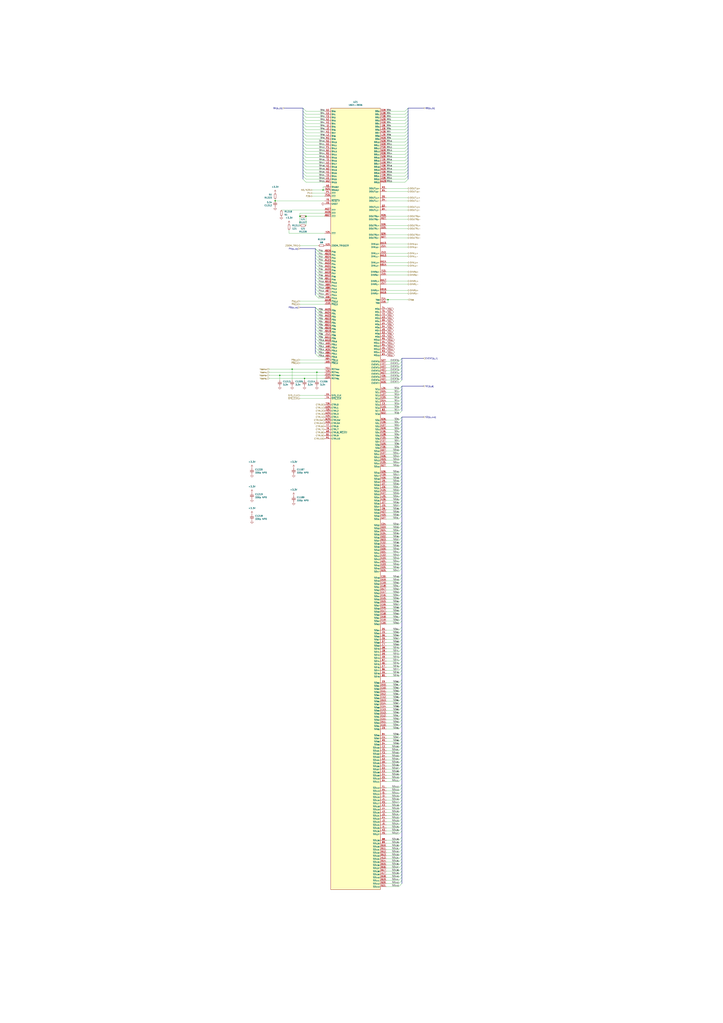
<source format=kicad_sch>
(kicad_sch (version 20231120) (generator "eeschema") (generator_version "8.0")
  (paper "A1" portrait)
  (junction (at 265.43 156.21))
  (junction (at 226.06 165.1))
  (junction (at 260.35 306.07))
  (junction (at 240.03 303.53))
  (junction (at 318.77 246.38))
  (junction (at 250.19 311.15))
  (junction (at 246.38 177.8))
  (junction (at 251.46 177.8))
  (junction (at 229.87 308.61))
  (bus_entry (at 327.66 469.9) (size 2.54 -2.54))
  (bus_entry (at 327.66 462.28) (size 2.54 -2.54))
  (bus_entry (at 327.66 525.78) (size 2.54 -2.54))
  (bus_entry (at 327.66 414.02) (size 2.54 -2.54))
  (bus_entry (at 248.92 147.32) (size 2.54 2.54))
  (bus_entry (at 327.66 358.14) (size 2.54 -2.54))
  (bus_entry (at 248.92 139.7) (size 2.54 2.54))
  (bus_entry (at 327.66 683.26) (size 2.54 -2.54))
  (bus_entry (at 327.66 665.48) (size 2.54 -2.54))
  (bus_entry (at 327.66 406.4) (size 2.54 -2.54))
  (bus_entry (at 327.66 553.72) (size 2.54 -2.54))
  (bus_entry (at 261.62 288.29) (size -2.54 -2.54))
  (bus_entry (at 248.92 137.16) (size 2.54 2.54))
  (bus_entry (at 261.62 255.27) (size -2.54 -2.54))
  (bus_entry (at 327.66 678.18) (size 2.54 -2.54))
  (bus_entry (at 327.66 635) (size 2.54 -2.54))
  (bus_entry (at 259.08 204.47) (size 2.54 2.54))
  (bus_entry (at 248.92 114.3) (size 2.54 2.54))
  (bus_entry (at 248.92 124.46) (size 2.54 2.54))
  (bus_entry (at 327.66 497.84) (size 2.54 -2.54))
  (bus_entry (at 327.66 520.7) (size 2.54 -2.54))
  (bus_entry (at 327.66 561.34) (size 2.54 -2.54))
  (bus_entry (at 327.66 350.52) (size 2.54 -2.54))
  (bus_entry (at 327.66 713.74) (size 2.54 -2.54))
  (bus_entry (at 327.66 685.8) (size 2.54 -2.54))
  (bus_entry (at 335.28 124.46) (size -2.54 2.54))
  (bus_entry (at 327.66 624.84) (size 2.54 -2.54))
  (bus_entry (at 327.66 535.94) (size 2.54 -2.54))
  (bus_entry (at 327.66 330.2) (size 2.54 -2.54))
  (bus_entry (at 335.28 134.62) (size -2.54 2.54))
  (bus_entry (at 327.66 711.2) (size 2.54 -2.54))
  (bus_entry (at 327.66 591.82) (size 2.54 -2.54))
  (bus_entry (at 327.66 421.64) (size 2.54 -2.54))
  (bus_entry (at 261.62 265.43) (size -2.54 -2.54))
  (bus_entry (at 248.92 129.54) (size 2.54 2.54))
  (bus_entry (at 327.66 574.04) (size 2.54 -2.54))
  (bus_entry (at 327.66 586.74) (size 2.54 -2.54))
  (bus_entry (at 327.66 619.76) (size 2.54 -2.54))
  (bus_entry (at 261.62 224.79) (size -2.54 -2.54))
  (bus_entry (at 327.66 449.58) (size 2.54 -2.54))
  (bus_entry (at 327.66 528.32) (size 2.54 -2.54))
  (bus_entry (at 327.66 566.42) (size 2.54 -2.54))
  (bus_entry (at 327.66 655.32) (size 2.54 -2.54))
  (bus_entry (at 261.62 229.87) (size -2.54 -2.54))
  (bus_entry (at 261.62 267.97) (size -2.54 -2.54))
  (bus_entry (at 327.66 492.76) (size 2.54 -2.54))
  (bus_entry (at 261.62 260.35) (size -2.54 -2.54))
  (bus_entry (at 261.62 270.51) (size -2.54 -2.54))
  (bus_entry (at 327.66 327.66) (size 2.54 -2.54))
  (bus_entry (at 327.66 508) (size 2.54 -2.54))
  (bus_entry (at 261.62 273.05) (size -2.54 -2.54))
  (bus_entry (at 327.66 480.06) (size 2.54 -2.54))
  (bus_entry (at 248.92 132.08) (size 2.54 2.54))
  (bus_entry (at 327.66 637.54) (size 2.54 -2.54))
  (bus_entry (at 327.66 424.18) (size 2.54 -2.54))
  (bus_entry (at 248.92 91.44) (size 2.54 2.54))
  (bus_entry (at 327.66 299.72) (size 2.54 -2.54))
  (bus_entry (at 327.66 452.12) (size 2.54 -2.54))
  (bus_entry (at 248.92 142.24) (size 2.54 2.54))
  (bus_entry (at 327.66 355.6) (size 2.54 -2.54))
  (bus_entry (at 327.66 622.3) (size 2.54 -2.54))
  (bus_entry (at 327.66 589.28) (size 2.54 -2.54))
  (bus_entry (at 327.66 612.14) (size 2.54 -2.54))
  (bus_entry (at 335.28 96.52) (size -2.54 2.54))
  (bus_entry (at 327.66 401.32) (size 2.54 -2.54))
  (bus_entry (at 327.66 657.86) (size 2.54 -2.54))
  (bus_entry (at 327.66 627.38) (size 2.54 -2.54))
  (bus_entry (at 327.66 335.28) (size 2.54 -2.54))
  (bus_entry (at 327.66 353.06) (size 2.54 -2.54))
  (bus_entry (at 327.66 490.22) (size 2.54 -2.54))
  (bus_entry (at 248.92 144.78) (size 2.54 2.54))
  (bus_entry (at 327.66 441.96) (size 2.54 -2.54))
  (bus_entry (at 327.66 541.02) (size 2.54 -2.54))
  (bus_entry (at 327.66 617.22) (size 2.54 -2.54))
  (bus_entry (at 327.66 398.78) (size 2.54 -2.54))
  (bus_entry (at 335.28 139.7) (size -2.54 2.54))
  (bus_entry (at 327.66 464.82) (size 2.54 -2.54))
  (bus_entry (at 327.66 454.66) (size 2.54 -2.54))
  (bus_entry (at 261.62 217.17) (size -2.54 -2.54))
  (bus_entry (at 261.62 209.55) (size -2.54 -2.54))
  (bus_entry (at 327.66 378.46) (size 2.54 -2.54))
  (bus_entry (at 327.66 716.28) (size 2.54 -2.54))
  (bus_entry (at 327.66 502.92) (size 2.54 -2.54))
  (bus_entry (at 335.28 129.54) (size -2.54 2.54))
  (bus_entry (at 327.66 726.44) (size 2.54 -2.54))
  (bus_entry (at 327.66 723.9) (size 2.54 -2.54))
  (bus_entry (at 327.66 579.12) (size 2.54 -2.54))
  (bus_entry (at 248.92 101.6) (size 2.54 2.54))
  (bus_entry (at 327.66 370.84) (size 2.54 -2.54))
  (bus_entry (at 327.66 411.48) (size 2.54 -2.54))
  (bus_entry (at 335.28 142.24) (size -2.54 2.54))
  (bus_entry (at 327.66 698.5) (size 2.54 -2.54))
  (bus_entry (at 327.66 660.4) (size 2.54 -2.54))
  (bus_entry (at 327.66 647.7) (size 2.54 -2.54))
  (bus_entry (at 327.66 477.52) (size 2.54 -2.54))
  (bus_entry (at 327.66 322.58) (size 2.54 -2.54))
  (bus_entry (at 259.08 252.73) (size 2.54 2.54))
  (bus_entry (at 327.66 533.4) (size 2.54 -2.54))
  (bus_entry (at 327.66 416.56) (size 2.54 -2.54))
  (bus_entry (at 261.62 245.11) (size -2.54 -2.54))
  (bus_entry (at 327.66 302.26) (size 2.54 -2.54))
  (bus_entry (at 327.66 505.46) (size 2.54 -2.54))
  (bus_entry (at 261.62 222.25) (size -2.54 -2.54))
  (bus_entry (at 327.66 594.36) (size 2.54 -2.54))
  (bus_entry (at 327.66 708.66) (size 2.54 -2.54))
  (bus_entry (at 327.66 690.88) (size 2.54 -2.54))
  (bus_entry (at 248.92 109.22) (size 2.54 2.54))
  (bus_entry (at 327.66 426.72) (size 2.54 -2.54))
  (bus_entry (at 261.62 293.37) (size -2.54 -2.54))
  (bus_entry (at 327.66 431.8) (size 2.54 -2.54))
  (bus_entry (at 248.92 134.62) (size 2.54 2.54))
  (bus_entry (at 261.62 257.81) (size -2.54 -2.54))
  (bus_entry (at 335.28 109.22) (size -2.54 2.54))
  (bus_entry (at 335.28 147.32) (size -2.54 2.54))
  (bus_entry (at 327.66 408.94) (size 2.54 -2.54))
  (bus_entry (at 327.66 523.24) (size 2.54 -2.54))
  (bus_entry (at 261.62 212.09) (size -2.54 -2.54))
  (bus_entry (at 327.66 701.04) (size 2.54 -2.54))
  (bus_entry (at 327.66 485.14) (size 2.54 -2.54))
  (bus_entry (at 327.66 368.3) (size 2.54 -2.54))
  (bus_entry (at 327.66 314.96) (size 2.54 -2.54))
  (bus_entry (at 327.66 513.08) (size 2.54 -2.54))
  (bus_entry (at 248.92 106.68) (size 2.54 2.54))
  (bus_entry (at 261.62 283.21) (size -2.54 -2.54))
  (bus_entry (at 327.66 434.34) (size 2.54 -2.54))
  (bus_entry (at 327.66 325.12) (size 2.54 -2.54))
  (bus_entry (at 327.66 487.68) (size 2.54 -2.54))
  (bus_entry (at 327.66 363.22) (size 2.54 -2.54))
  (bus_entry (at 327.66 652.78) (size 2.54 -2.54))
  (bus_entry (at 327.66 391.16) (size 2.54 -2.54))
  (bus_entry (at 248.92 88.9) (size 2.54 2.54))
  (bus_entry (at 327.66 538.48) (size 2.54 -2.54))
  (bus_entry (at 327.66 307.34) (size 2.54 -2.54))
  (bus_entry (at 327.66 309.88) (size 2.54 -2.54))
  (bus_entry (at 327.66 347.98) (size 2.54 -2.54))
  (bus_entry (at 327.66 304.8) (size 2.54 -2.54))
  (bus_entry (at 335.28 91.44) (size -2.54 2.54))
  (bus_entry (at 327.66 312.42) (size 2.54 -2.54))
  (bus_entry (at 327.66 447.04) (size 2.54 -2.54))
  (bus_entry (at 248.92 121.92) (size 2.54 2.54))
  (bus_entry (at 327.66 571.5) (size 2.54 -2.54))
  (bus_entry (at 335.28 88.9) (size -2.54 2.54))
  (bus_entry (at 248.92 104.14) (size 2.54 2.54))
  (bus_entry (at 327.66 563.88) (size 2.54 -2.54))
  (bus_entry (at 335.28 116.84) (size -2.54 2.54))
  (bus_entry (at 327.66 668.02) (size 2.54 -2.54))
  (bus_entry (at 327.66 546.1) (size 2.54 -2.54))
  (bus_entry (at 327.66 373.38) (size 2.54 -2.54))
  (bus_entry (at 248.92 127) (size 2.54 2.54))
  (bus_entry (at 335.28 132.08) (size -2.54 2.54))
  (bus_entry (at 327.66 530.86) (size 2.54 -2.54))
  (bus_entry (at 335.28 119.38) (size -2.54 2.54))
  (bus_entry (at 261.62 280.67) (size -2.54 -2.54))
  (bus_entry (at 327.66 721.36) (size 2.54 -2.54))
  (bus_entry (at 327.66 457.2) (size 2.54 -2.54))
  (bus_entry (at 327.66 337.82) (size 2.54 -2.54))
  (bus_entry (at 335.28 137.16) (size -2.54 2.54))
  (bus_entry (at 327.66 467.36) (size 2.54 -2.54))
  (bus_entry (at 327.66 495.3) (size 2.54 -2.54))
  (bus_entry (at 261.62 219.71) (size -2.54 -2.54))
  (bus_entry (at 335.28 101.6) (size -2.54 2.54))
  (bus_entry (at 335.28 114.3) (size -2.54 2.54))
  (bus_entry (at 327.66 718.82) (size 2.54 -2.54))
  (bus_entry (at 327.66 706.12) (size 2.54 -2.54))
  (bus_entry (at 327.66 297.18) (size 2.54 -2.54))
  (bus_entry (at 327.66 556.26) (size 2.54 -2.54))
  (bus_entry (at 248.92 116.84) (size 2.54 2.54))
  (bus_entry (at 261.62 278.13) (size -2.54 -2.54))
  (bus_entry (at 327.66 459.74) (size 2.54 -2.54))
  (bus_entry (at 261.62 275.59) (size -2.54 -2.54))
  (bus_entry (at 327.66 629.92) (size 2.54 -2.54))
  (bus_entry (at 327.66 375.92) (size 2.54 -2.54))
  (bus_entry (at 248.92 111.76) (size 2.54 2.54))
  (bus_entry (at 327.66 632.46) (size 2.54 -2.54))
  (bus_entry (at 261.62 214.63) (size -2.54 -2.54))
  (bus_entry (at 261.62 262.89) (size -2.54 -2.54))
  (bus_entry (at 327.66 581.66) (size 2.54 -2.54))
  (bus_entry (at 327.66 728.98) (size 2.54 -2.54))
  (bus_entry (at 327.66 596.9) (size 2.54 -2.54))
  (bus_entry (at 248.92 96.52) (size 2.54 2.54))
  (bus_entry (at 327.66 640.08) (size 2.54 -2.54))
  (bus_entry (at 327.66 662.94) (size 2.54 -2.54))
  (bus_entry (at 327.66 320.04) (size 2.54 -2.54))
  (bus_entry (at 261.62 234.95) (size -2.54 -2.54))
  (bus_entry (at 327.66 444.5) (size 2.54 -2.54))
  (bus_entry (at 335.28 111.76) (size -2.54 2.54))
  (bus_entry (at 327.66 345.44) (size 2.54 -2.54))
  (bus_entry (at 261.62 242.57) (size -2.54 -2.54))
  (bus_entry (at 335.28 127) (size -2.54 2.54))
  (bus_entry (at 327.66 518.16) (size 2.54 -2.54))
  (bus_entry (at 327.66 695.96) (size 2.54 -2.54))
  (bus_entry (at 327.66 482.6) (size 2.54 -2.54))
  (bus_entry (at 248.92 119.38) (size 2.54 2.54))
  (bus_entry (at 327.66 703.58) (size 2.54 -2.54))
  (bus_entry (at 327.66 332.74) (size 2.54 -2.54))
  (bus_entry (at 327.66 650.24) (size 2.54 -2.54))
  (bus_entry (at 327.66 584.2) (size 2.54 -2.54))
  (bus_entry (at 327.66 419.1) (size 2.54 -2.54))
  (bus_entry (at 261.62 237.49) (size -2.54 -2.54))
  (bus_entry (at 327.66 474.98) (size 2.54 -2.54))
  (bus_entry (at 261.62 227.33) (size -2.54 -2.54))
  (bus_entry (at 335.28 106.68) (size -2.54 2.54))
  (bus_entry (at 335.28 104.14) (size -2.54 2.54))
  (bus_entry (at 327.66 609.6) (size 2.54 -2.54))
  (bus_entry (at 335.28 144.78) (size -2.54 2.54))
  (bus_entry (at 327.66 381) (size 2.54 -2.54))
  (bus_entry (at 327.66 439.42) (size 2.54 -2.54))
  (bus_entry (at 248.92 93.98) (size 2.54 2.54))
  (bus_entry (at 327.66 551.18) (size 2.54 -2.54))
  (bus_entry (at 327.66 599.44) (size 2.54 -2.54))
  (bus_entry (at 335.28 121.92) (size -2.54 2.54))
  (bus_entry (at 261.62 285.75) (size -2.54 -2.54))
  (bus_entry (at 327.66 383.54) (size 2.54 -2.54))
  (bus_entry (at 327.66 388.62) (size 2.54 -2.54))
  (bus_entry (at 327.66 396.24) (size 2.54 -2.54))
  (bus_entry (at 261.62 207.01) (size -2.54 -2.54))
  (bus_entry (at 261.62 240.03) (size -2.54 -2.54))
  (bus_entry (at 327.66 360.68) (size 2.54 -2.54))
  (bus_entry (at 327.66 436.88) (size 2.54 -2.54))
  (bus_entry (at 327.66 673.1) (size 2.54 -2.54))
  (bus_entry (at 327.66 340.36) (size 2.54 -2.54))
  (bus_entry (at 327.66 548.64) (size 2.54 -2.54))
  (bus_entry (at 327.66 680.72) (size 2.54 -2.54))
  (bus_entry (at 248.92 99.06) (size 2.54 2.54))
  (bus_entry (at 327.66 607.06) (size 2.54 -2.54))
  (bus_entry (at 327.66 614.68) (size 2.54 -2.54))
  (bus_entry (at 327.66 642.62) (size 2.54 -2.54))
  (bus_entry (at 327.66 500.38) (size 2.54 -2.54))
  (bus_entry (at 327.66 510.54) (size 2.54 -2.54))
  (bus_entry (at 335.28 93.98) (size -2.54 2.54))
  (bus_entry (at 327.66 604.52) (size 2.54 -2.54))
  (bus_entry (at 327.66 576.58) (size 2.54 -2.54))
  (bus_entry (at 261.62 232.41) (size -2.54 -2.54))
  (bus_entry (at 327.66 365.76) (size 2.54 -2.54))
  (bus_entry (at 261.62 290.83) (size -2.54 -2.54))
  (bus_entry (at 327.66 568.96) (size 2.54 -2.54))
  (bus_entry (at 327.66 670.56) (size 2.54 -2.54))
  (bus_entry (at 335.28 99.06) (size -2.54 2.54))
  (bus_entry (at 327.66 393.7) (size 2.54 -2.54))
  (bus_entry (at 327.66 543.56) (size 2.54 -2.54))
  (bus_entry (at 327.66 693.42) (size 2.54 -2.54))
  (bus_entry (at 327.66 675.64) (size 2.54 -2.54))
  (bus_entry (at 327.66 403.86) (size 2.54 -2.54))
  (wire (pts (xy 266.7 127) (xy 251.46 127)))
  (wire (pts (xy 317.5 568.96) (xy 327.66 568.96)))
  (bus (pts (xy 248.92 134.62) (xy 248.92 137.16)))
  (bus (pts (xy 330.2 546.1) (xy 330.2 548.64)))
  (wire (pts (xy 265.43 153.67) (xy 265.43 156.21)))
  (wire (pts (xy 317.5 406.4) (xy 327.66 406.4)))
  (bus (pts (xy 330.2 617.22) (xy 330.2 619.76)))
  (wire (pts (xy 317.5 505.46) (xy 327.66 505.46)))
  (wire (pts (xy 261.62 257.81) (xy 266.7 257.81)))
  (bus (pts (xy 330.2 612.14) (xy 330.2 614.68)))
  (bus (pts (xy 330.2 523.24) (xy 330.2 525.78)))
  (bus (pts (xy 330.2 309.88) (xy 330.2 312.42)))
  (wire (pts (xy 335.28 154.94) (xy 317.5 154.94)))
  (bus (pts (xy 330.2 332.74) (xy 330.2 335.28)))
  (bus (pts (xy 330.2 360.68) (xy 330.2 363.22)))
  (bus (pts (xy 330.2 464.82) (xy 330.2 467.36)))
  (wire (pts (xy 261.62 214.63) (xy 266.7 214.63)))
  (bus (pts (xy 330.2 365.76) (xy 330.2 368.3)))
  (wire (pts (xy 317.5 139.7) (xy 332.74 139.7)))
  (wire (pts (xy 317.5 149.86) (xy 332.74 149.86)))
  (wire (pts (xy 317.5 535.94) (xy 327.66 535.94)))
  (wire (pts (xy 317.5 454.66) (xy 327.66 454.66)))
  (wire (pts (xy 317.5 332.74) (xy 327.66 332.74)))
  (wire (pts (xy 317.5 497.84) (xy 327.66 497.84)))
  (wire (pts (xy 317.5 474.98) (xy 327.66 474.98)))
  (bus (pts (xy 259.08 204.47) (xy 259.08 207.01)))
  (bus (pts (xy 330.2 622.3) (xy 330.2 624.84)))
  (wire (pts (xy 335.28 177.8) (xy 317.5 177.8)))
  (bus (pts (xy 330.2 396.24) (xy 330.2 398.78)))
  (bus (pts (xy 259.08 265.43) (xy 259.08 267.97)))
  (wire (pts (xy 317.5 594.36) (xy 327.66 594.36)))
  (bus (pts (xy 330.2 363.22) (xy 330.2 365.76)))
  (wire (pts (xy 266.7 111.76) (xy 251.46 111.76)))
  (wire (pts (xy 317.5 563.88) (xy 327.66 563.88)))
  (bus (pts (xy 335.28 134.62) (xy 335.28 137.16)))
  (wire (pts (xy 317.5 391.16) (xy 327.66 391.16)))
  (wire (pts (xy 261.62 285.75) (xy 266.7 285.75)))
  (wire (pts (xy 317.5 718.82) (xy 327.66 718.82)))
  (bus (pts (xy 347.98 317.5) (xy 330.2 317.5)))
  (wire (pts (xy 317.5 538.48) (xy 327.66 538.48)))
  (bus (pts (xy 330.2 680.72) (xy 330.2 683.26)))
  (wire (pts (xy 317.5 297.18) (xy 327.66 297.18)))
  (bus (pts (xy 330.2 716.28) (xy 330.2 718.82)))
  (wire (pts (xy 261.62 273.05) (xy 266.7 273.05)))
  (bus (pts (xy 335.28 109.22) (xy 335.28 111.76)))
  (bus (pts (xy 330.2 614.68) (xy 330.2 617.22)))
  (bus (pts (xy 330.2 487.68) (xy 330.2 490.22)))
  (wire (pts (xy 266.7 191.77) (xy 237.49 191.77)))
  (bus (pts (xy 259.08 257.81) (xy 259.08 260.35)))
  (wire (pts (xy 317.5 378.46) (xy 327.66 378.46)))
  (wire (pts (xy 335.28 203.2) (xy 317.5 203.2)))
  (wire (pts (xy 317.5 543.56) (xy 327.66 543.56)))
  (wire (pts (xy 246.38 298.45) (xy 266.7 298.45)))
  (wire (pts (xy 317.5 358.14) (xy 327.66 358.14)))
  (wire (pts (xy 266.7 149.86) (xy 251.46 149.86)))
  (wire (pts (xy 317.5 680.72) (xy 327.66 680.72)))
  (bus (pts (xy 330.2 711.2) (xy 330.2 713.74)))
  (bus (pts (xy 259.08 212.09) (xy 259.08 214.63)))
  (bus (pts (xy 335.28 101.6) (xy 335.28 104.14)))
  (bus (pts (xy 330.2 601.98) (xy 330.2 604.52)))
  (wire (pts (xy 317.5 127) (xy 332.74 127)))
  (wire (pts (xy 266.7 144.78) (xy 251.46 144.78)))
  (wire (pts (xy 231.14 172.72) (xy 266.7 172.72)))
  (bus (pts (xy 330.2 596.9) (xy 330.2 601.98)))
  (wire (pts (xy 317.5 622.3) (xy 327.66 622.3)))
  (wire (pts (xy 317.5 325.12) (xy 327.66 325.12)))
  (bus (pts (xy 335.28 99.06) (xy 335.28 101.6)))
  (wire (pts (xy 335.28 185.42) (xy 317.5 185.42)))
  (wire (pts (xy 335.28 233.68) (xy 317.5 233.68)))
  (bus (pts (xy 330.2 530.86) (xy 330.2 533.4)))
  (bus (pts (xy 248.92 93.98) (xy 248.92 96.52)))
  (wire (pts (xy 220.98 306.07) (xy 260.35 306.07)))
  (bus (pts (xy 330.2 645.16) (xy 330.2 647.7)))
  (wire (pts (xy 335.28 195.58) (xy 317.5 195.58)))
  (bus (pts (xy 330.2 675.64) (xy 330.2 678.18)))
  (wire (pts (xy 317.5 723.9) (xy 327.66 723.9)))
  (wire (pts (xy 261.62 260.35) (xy 266.7 260.35)))
  (wire (pts (xy 261.62 224.79) (xy 266.7 224.79)))
  (wire (pts (xy 335.28 215.9) (xy 317.5 215.9)))
  (wire (pts (xy 266.7 119.38) (xy 251.46 119.38)))
  (wire (pts (xy 317.5 396.24) (xy 327.66 396.24)))
  (wire (pts (xy 256.54 158.75) (xy 266.7 158.75)))
  (bus (pts (xy 330.2 406.4) (xy 330.2 408.94)))
  (wire (pts (xy 317.5 482.6) (xy 327.66 482.6)))
  (bus (pts (xy 330.2 474.98) (xy 330.2 477.52)))
  (wire (pts (xy 317.5 424.18) (xy 327.66 424.18)))
  (wire (pts (xy 220.98 311.15) (xy 250.19 311.15)))
  (bus (pts (xy 330.2 411.48) (xy 330.2 414.02)))
  (wire (pts (xy 317.5 726.44) (xy 327.66 726.44)))
  (wire (pts (xy 335.28 223.52) (xy 317.5 223.52)))
  (bus (pts (xy 259.08 275.59) (xy 259.08 278.13)))
  (bus (pts (xy 330.2 579.12) (xy 330.2 581.66)))
  (wire (pts (xy 317.5 596.9) (xy 327.66 596.9)))
  (wire (pts (xy 317.5 546.1) (xy 327.66 546.1)))
  (wire (pts (xy 317.5 416.56) (xy 327.66 416.56)))
  (bus (pts (xy 259.08 222.25) (xy 259.08 224.79)))
  (wire (pts (xy 317.5 340.36) (xy 327.66 340.36)))
  (bus (pts (xy 330.2 635) (xy 330.2 637.54)))
  (bus (pts (xy 248.92 109.22) (xy 248.92 111.76)))
  (wire (pts (xy 317.5 652.78) (xy 327.66 652.78)))
  (bus (pts (xy 248.92 91.44) (xy 248.92 93.98)))
  (wire (pts (xy 317.5 561.34) (xy 327.66 561.34)))
  (wire (pts (xy 317.5 299.72) (xy 327.66 299.72)))
  (wire (pts (xy 317.5 642.62) (xy 327.66 642.62)))
  (wire (pts (xy 317.5 345.44) (xy 327.66 345.44)))
  (wire (pts (xy 317.5 134.62) (xy 332.74 134.62)))
  (bus (pts (xy 248.92 96.52) (xy 248.92 99.06)))
  (wire (pts (xy 317.5 320.04) (xy 327.66 320.04)))
  (wire (pts (xy 317.5 111.76) (xy 332.74 111.76)))
  (bus (pts (xy 330.2 609.6) (xy 330.2 612.14)))
  (bus (pts (xy 248.92 137.16) (xy 248.92 139.7)))
  (wire (pts (xy 317.5 640.08) (xy 327.66 640.08)))
  (wire (pts (xy 317.5 436.88) (xy 327.66 436.88)))
  (wire (pts (xy 317.5 312.42) (xy 327.66 312.42)))
  (bus (pts (xy 259.08 232.41) (xy 259.08 234.95)))
  (wire (pts (xy 317.5 408.94) (xy 327.66 408.94)))
  (wire (pts (xy 317.5 370.84) (xy 327.66 370.84)))
  (bus (pts (xy 330.2 429.26) (xy 330.2 431.8)))
  (wire (pts (xy 226.06 163.83) (xy 226.06 165.1)))
  (wire (pts (xy 246.38 327.66) (xy 266.7 327.66)))
  (bus (pts (xy 335.28 114.3) (xy 335.28 116.84)))
  (bus (pts (xy 248.92 104.14) (xy 248.92 106.68)))
  (bus (pts (xy 248.92 101.6) (xy 248.92 104.14)))
  (wire (pts (xy 317.5 462.28) (xy 327.66 462.28)))
  (wire (pts (xy 266.7 147.32) (xy 251.46 147.32)))
  (wire (pts (xy 261.62 217.17) (xy 266.7 217.17)))
  (wire (pts (xy 317.5 452.12) (xy 327.66 452.12)))
  (wire (pts (xy 317.5 441.96) (xy 327.66 441.96)))
  (wire (pts (xy 317.5 662.94) (xy 327.66 662.94)))
  (bus (pts (xy 330.2 452.12) (xy 330.2 454.66)))
  (bus (pts (xy 335.28 119.38) (xy 335.28 121.92)))
  (bus (pts (xy 259.08 209.55) (xy 259.08 212.09)))
  (wire (pts (xy 266.7 137.16) (xy 251.46 137.16)))
  (bus (pts (xy 330.2 320.04) (xy 330.2 322.58)))
  (bus (pts (xy 330.2 347.98) (xy 330.2 350.52)))
  (wire (pts (xy 266.7 177.8) (xy 251.46 177.8)))
  (wire (pts (xy 317.5 556.26) (xy 327.66 556.26)))
  (wire (pts (xy 317.5 248.92) (xy 318.77 248.92)))
  (bus (pts (xy 330.2 368.3) (xy 330.2 370.84)))
  (wire (pts (xy 317.5 121.92) (xy 332.74 121.92)))
  (bus (pts (xy 335.28 132.08) (xy 335.28 134.62)))
  (wire (pts (xy 317.5 678.18) (xy 327.66 678.18)))
  (wire (pts (xy 317.5 99.06) (xy 332.74 99.06)))
  (wire (pts (xy 335.28 193.04) (xy 317.5 193.04)))
  (bus (pts (xy 330.2 398.78) (xy 330.2 401.32)))
  (bus (pts (xy 330.2 574.04) (xy 330.2 576.58)))
  (wire (pts (xy 266.7 142.24) (xy 251.46 142.24)))
  (bus (pts (xy 330.2 342.9) (xy 347.98 342.9)))
  (bus (pts (xy 330.2 381) (xy 330.2 386.08)))
  (wire (pts (xy 317.5 495.3) (xy 327.66 495.3)))
  (wire (pts (xy 317.5 393.7) (xy 327.66 393.7)))
  (wire (pts (xy 317.5 685.8) (xy 327.66 685.8)))
  (wire (pts (xy 317.5 116.84) (xy 332.74 116.84)))
  (bus (pts (xy 330.2 604.52) (xy 330.2 607.06)))
  (wire (pts (xy 317.5 706.12) (xy 327.66 706.12)))
  (wire (pts (xy 266.7 139.7) (xy 251.46 139.7)))
  (wire (pts (xy 266.7 134.62) (xy 251.46 134.62)))
  (bus (pts (xy 330.2 335.28) (xy 330.2 337.82)))
  (wire (pts (xy 261.62 237.49) (xy 266.7 237.49)))
  (bus (pts (xy 330.2 330.2) (xy 330.2 332.74)))
  (bus (pts (xy 248.92 124.46) (xy 248.92 127)))
  (bus (pts (xy 330.2 690.88) (xy 330.2 693.42)))
  (bus (pts (xy 330.2 629.92) (xy 330.2 632.46)))
  (wire (pts (xy 317.5 683.26) (xy 327.66 683.26)))
  (wire (pts (xy 317.5 421.64) (xy 327.66 421.64)))
  (wire (pts (xy 317.5 690.88) (xy 327.66 690.88)))
  (wire (pts (xy 317.5 629.92) (xy 327.66 629.92)))
  (bus (pts (xy 335.28 142.24) (xy 335.28 144.78)))
  (bus (pts (xy 248.92 114.3) (xy 248.92 116.84)))
  (bus (pts (xy 330.2 619.76) (xy 330.2 622.3)))
  (bus (pts (xy 330.2 637.54) (xy 330.2 640.08)))
  (bus (pts (xy 330.2 594.36) (xy 330.2 596.9)))
  (bus (pts (xy 330.2 693.42) (xy 330.2 695.96)))
  (bus (pts (xy 330.2 688.34) (xy 330.2 690.88)))
  (bus (pts (xy 330.2 566.42) (xy 330.2 568.96)))
  (bus (pts (xy 259.08 270.51) (xy 259.08 273.05)))
  (bus (pts (xy 330.2 472.44) (xy 330.2 474.98)))
  (bus (pts (xy 330.2 421.64) (xy 330.2 424.18)))
  (bus (pts (xy 330.2 518.16) (xy 330.2 520.7)))
  (bus (pts (xy 330.2 297.18) (xy 330.2 299.72)))
  (bus (pts (xy 330.2 548.64) (xy 330.2 551.18)))
  (wire (pts (xy 317.5 137.16) (xy 332.74 137.16)))
  (wire (pts (xy 261.62 267.97) (xy 266.7 267.97)))
  (wire (pts (xy 250.19 311.15) (xy 250.19 312.42)))
  (bus (pts (xy 330.2 701.04) (xy 330.2 703.58)))
  (bus (pts (xy 259.08 273.05) (xy 259.08 275.59)))
  (wire (pts (xy 317.5 624.84) (xy 327.66 624.84)))
  (bus (pts (xy 330.2 375.92) (xy 330.2 378.46)))
  (wire (pts (xy 317.5 309.88) (xy 327.66 309.88)))
  (bus (pts (xy 248.92 144.78) (xy 248.92 147.32)))
  (bus (pts (xy 248.92 142.24) (xy 248.92 144.78)))
  (wire (pts (xy 266.7 129.54) (xy 251.46 129.54)))
  (wire (pts (xy 317.5 589.28) (xy 327.66 589.28)))
  (bus (pts (xy 330.2 662.94) (xy 330.2 665.48)))
  (bus (pts (xy 248.92 139.7) (xy 248.92 142.24)))
  (wire (pts (xy 266.7 101.6) (xy 251.46 101.6)))
  (bus (pts (xy 330.2 640.08) (xy 330.2 645.16)))
  (bus (pts (xy 335.28 127) (xy 335.28 129.54)))
  (bus (pts (xy 259.08 283.21) (xy 259.08 285.75)))
  (wire (pts (xy 317.5 459.74) (xy 327.66 459.74)))
  (wire (pts (xy 317.5 591.82) (xy 327.66 591.82)))
  (bus (pts (xy 330.2 353.06) (xy 330.2 355.6)))
  (wire (pts (xy 317.5 106.68) (xy 332.74 106.68)))
  (wire (pts (xy 317.5 337.82) (xy 327.66 337.82)))
  (wire (pts (xy 317.5 619.76) (xy 327.66 619.76)))
  (wire (pts (xy 220.98 308.61) (xy 229.87 308.61)))
  (wire (pts (xy 260.35 312.42) (xy 260.35 306.07)))
  (wire (pts (xy 317.5 414.02) (xy 327.66 414.02)))
  (bus (pts (xy 330.2 345.44) (xy 330.2 347.98)))
  (bus (pts (xy 330.2 350.52) (xy 330.2 353.06)))
  (bus (pts (xy 248.92 127) (xy 248.92 129.54)))
  (bus (pts (xy 330.2 551.18) (xy 330.2 553.72)))
  (wire (pts (xy 317.5 93.98) (xy 332.74 93.98)))
  (wire (pts (xy 317.5 447.04) (xy 327.66 447.04)))
  (bus (pts (xy 330.2 655.32) (xy 330.2 657.86)))
  (bus (pts (xy 330.2 416.56) (xy 330.2 419.1)))
  (wire (pts (xy 317.5 353.06) (xy 327.66 353.06)))
  (bus (pts (xy 248.92 116.84) (xy 248.92 119.38)))
  (bus (pts (xy 330.2 713.74) (xy 330.2 716.28)))
  (bus (pts (xy 259.08 224.79) (xy 259.08 227.33)))
  (bus (pts (xy 259.08 252.73) (xy 259.08 255.27)))
  (wire (pts (xy 317.5 695.96) (xy 327.66 695.96)))
  (wire (pts (xy 317.5 528.32) (xy 327.66 528.32)))
  (wire (pts (xy 317.5 330.2) (xy 327.66 330.2)))
  (wire (pts (xy 261.62 278.13) (xy 266.7 278.13)))
  (wire (pts (xy 317.5 701.04) (xy 327.66 701.04)))
  (wire (pts (xy 229.87 312.42) (xy 229.87 308.61)))
  (bus (pts (xy 330.2 721.36) (xy 330.2 723.9)))
  (bus (pts (xy 330.2 439.42) (xy 330.2 441.96)))
  (wire (pts (xy 261.62 262.89) (xy 266.7 262.89)))
  (wire (pts (xy 317.5 419.1) (xy 327.66 419.1)))
  (bus (pts (xy 330.2 370.84) (xy 330.2 373.38)))
  (bus (pts (xy 330.2 317.5) (xy 330.2 320.04)))
  (wire (pts (xy 261.62 209.55) (xy 266.7 209.55)))
  (wire (pts (xy 317.5 350.52) (xy 327.66 350.52)))
  (bus (pts (xy 330.2 502.92) (xy 330.2 505.46)))
  (bus (pts (xy 335.28 88.9) (xy 335.28 91.44)))
  (bus (pts (xy 330.2 454.66) (xy 330.2 457.2)))
  (bus (pts (xy 335.28 93.98) (xy 335.28 96.52)))
  (wire (pts (xy 317.5 533.4) (xy 327.66 533.4)))
  (wire (pts (xy 317.5 480.06) (xy 327.66 480.06)))
  (wire (pts (xy 261.62 232.41) (xy 266.7 232.41)))
  (bus (pts (xy 330.2 307.34) (xy 330.2 309.88)))
  (bus (pts (xy 347.98 88.9) (xy 335.28 88.9)))
  (bus (pts (xy 330.2 683.26) (xy 330.2 688.34)))
  (bus (pts (xy 259.08 227.33) (xy 259.08 229.87)))
  (wire (pts (xy 261.62 227.33) (xy 266.7 227.33)))
  (bus (pts (xy 330.2 508) (xy 330.2 510.54)))
  (bus (pts (xy 330.2 497.84) (xy 330.2 500.38)))
  (bus (pts (xy 330.2 668.02) (xy 330.2 670.56)))
  (wire (pts (xy 317.5 109.22) (xy 332.74 109.22)))
  (wire (pts (xy 317.5 368.3) (xy 327.66 368.3)))
  (bus (pts (xy 330.2 424.18) (xy 330.2 429.26)))
  (bus (pts (xy 330.2 576.58) (xy 330.2 579.12)))
  (wire (pts (xy 317.5 360.68) (xy 327.66 360.68)))
  (wire (pts (xy 226.06 165.1) (xy 266.7 165.1)))
  (wire (pts (xy 317.5 500.38) (xy 327.66 500.38)))
  (bus (pts (xy 347.98 294.64) (xy 330.2 294.64)))
  (bus (pts (xy 330.2 467.36) (xy 330.2 472.44)))
  (wire (pts (xy 317.5 553.72) (xy 327.66 553.72)))
  (bus (pts (xy 335.28 106.68) (xy 335.28 109.22)))
  (wire (pts (xy 317.5 698.5) (xy 327.66 698.5)))
  (wire (pts (xy 317.5 660.4) (xy 327.66 660.4)))
  (wire (pts (xy 317.5 708.66) (xy 327.66 708.66)))
  (wire (pts (xy 317.5 403.86) (xy 327.66 403.86)))
  (bus (pts (xy 330.2 657.86) (xy 330.2 660.4)))
  (bus (pts (xy 330.2 718.82) (xy 330.2 721.36)))
  (wire (pts (xy 317.5 665.48) (xy 327.66 665.48)))
  (wire (pts (xy 317.5 614.68) (xy 327.66 614.68)))
  (bus (pts (xy 335.28 111.76) (xy 335.28 114.3)))
  (bus (pts (xy 330.2 558.8) (xy 330.2 561.34)))
  (wire (pts (xy 266.7 96.52) (xy 251.46 96.52)))
  (wire (pts (xy 317.5 711.2) (xy 327.66 711.2)))
  (bus (pts (xy 248.92 121.92) (xy 248.92 124.46)))
  (wire (pts (xy 265.43 156.21) (xy 266.7 156.21)))
  (bus (pts (xy 335.28 129.54) (xy 335.28 132.08)))
  (bus (pts (xy 330.2 563.88) (xy 330.2 566.42)))
  (bus (pts (xy 330.2 485.14) (xy 330.2 487.68)))
  (bus (pts (xy 335.28 139.7) (xy 335.28 142.24)))
  (wire (pts (xy 246.38 247.65) (xy 266.7 247.65)))
  (bus (pts (xy 330.2 342.9) (xy 330.2 345.44)))
  (wire (pts (xy 317.5 668.02) (xy 327.66 668.02)))
  (bus (pts (xy 248.92 129.54) (xy 248.92 132.08)))
  (wire (pts (xy 317.5 612.14) (xy 327.66 612.14)))
  (wire (pts (xy 261.62 255.27) (xy 266.7 255.27)))
  (wire (pts (xy 317.5 525.78) (xy 327.66 525.78)))
  (wire (pts (xy 335.28 200.66) (xy 317.5 200.66)))
  (bus (pts (xy 330.2 299.72) (xy 330.2 302.26)))
  (wire (pts (xy 317.5 347.98) (xy 327.66 347.98)))
  (bus (pts (xy 248.92 88.9) (xy 248.92 91.44)))
  (bus (pts (xy 330.2 584.2) (xy 330.2 586.74)))
  (wire (pts (xy 317.5 523.24) (xy 327.66 523.24)))
  (bus (pts (xy 335.28 91.44) (xy 335.28 93.98)))
  (wire (pts (xy 317.5 426.72) (xy 327.66 426.72)))
  (wire (pts (xy 317.5 381) (xy 327.66 381)))
  (bus (pts (xy 330.2 543.56) (xy 330.2 546.1)))
  (wire (pts (xy 335.28 162.56) (xy 317.5 162.56)))
  (bus (pts (xy 259.08 285.75) (xy 259.08 288.29)))
  (bus (pts (xy 259.08 260.35) (xy 259.08 262.89)))
  (bus (pts (xy 330.2 591.82) (xy 330.2 594.36)))
  (bus (pts (xy 330.2 525.78) (xy 330.2 528.32)))
  (bus (pts (xy 330.2 670.56) (xy 330.2 673.1)))
  (wire (pts (xy 266.7 132.08) (xy 251.46 132.08)))
  (bus (pts (xy 330.2 444.5) (xy 330.2 447.04)))
  (wire (pts (xy 335.28 170.18) (xy 317.5 170.18)))
  (wire (pts (xy 317.5 327.66) (xy 327.66 327.66)))
  (wire (pts (xy 266.7 104.14) (xy 251.46 104.14)))
  (wire (pts (xy 240.03 303.53) (xy 266.7 303.53)))
  (wire (pts (xy 246.38 201.93) (xy 261.62 201.93)))
  (bus (pts (xy 330.2 652.78) (xy 330.2 655.32)))
  (wire (pts (xy 260.35 306.07) (xy 266.7 306.07)))
  (wire (pts (xy 317.5 492.76) (xy 327.66 492.76)))
  (bus (pts (xy 330.2 665.48) (xy 330.2 668.02)))
  (wire (pts (xy 335.28 218.44) (xy 317.5 218.44)))
  (bus (pts (xy 330.2 698.5) (xy 330.2 701.04)))
  (bus (pts (xy 330.2 581.66) (xy 330.2 584.2)))
  (wire (pts (xy 335.28 238.76) (xy 317.5 238.76)))
  (bus (pts (xy 330.2 477.52) (xy 330.2 480.06)))
  (bus (pts (xy 330.2 431.8) (xy 330.2 434.34)))
  (wire (pts (xy 317.5 574.04) (xy 327.66 574.04)))
  (bus (pts (xy 259.08 240.03) (xy 259.08 242.57)))
  (wire (pts (xy 317.5 314.96) (xy 327.66 314.96)))
  (wire (pts (xy 317.5 693.42) (xy 327.66 693.42)))
  (wire (pts (xy 246.38 325.12) (xy 266.7 325.12)))
  (bus (pts (xy 330.2 373.38) (xy 330.2 375.92)))
  (bus (pts (xy 330.2 723.9) (xy 330.2 726.44)))
  (wire (pts (xy 266.7 153.67) (xy 265.43 153.67)))
  (bus (pts (xy 330.2 378.46) (xy 330.2 381)))
  (wire (pts (xy 261.62 283.21) (xy 266.7 283.21)))
  (wire (pts (xy 317.5 101.6) (xy 332.74 101.6)))
  (wire (pts (xy 266.7 91.44) (xy 251.46 91.44)))
  (wire (pts (xy 317.5 439.42) (xy 327.66 439.42)))
  (wire (pts (xy 317.5 548.64) (xy 327.66 548.64)))
  (bus (pts (xy 330.2 434.34) (xy 330.2 436.88)))
  (wire (pts (xy 317.5 530.86) (xy 327.66 530.86)))
  (wire (pts (xy 261.62 265.43) (xy 266.7 265.43)))
  (bus (pts (xy 330.2 533.4) (xy 330.2 535.94)))
  (wire (pts (xy 317.5 635) (xy 327.66 635)))
  (bus (pts (xy 330.2 568.96) (xy 330.2 571.5)))
  (bus (pts (xy 330.2 695.96) (xy 330.2 698.5)))
  (wire (pts (xy 317.5 675.64) (xy 327.66 675.64)))
  (wire (pts (xy 317.5 302.26) (xy 327.66 302.26)))
  (bus (pts (xy 330.2 393.7) (xy 330.2 396.24)))
  (wire (pts (xy 317.5 673.1) (xy 327.66 673.1)))
  (bus (pts (xy 335.28 144.78) (xy 335.28 147.32)))
  (bus (pts (xy 330.2 401.32) (xy 330.2 403.86)))
  (wire (pts (xy 317.5 627.38) (xy 327.66 627.38)))
  (bus (pts (xy 330.2 322.58) (xy 330.2 325.12)))
  (wire (pts (xy 261.62 290.83) (xy 266.7 290.83)))
  (wire (pts (xy 317.5 322.58) (xy 327.66 322.58)))
  (wire (pts (xy 256.54 156.21) (xy 265.43 156.21)))
  (wire (pts (xy 317.5 650.24) (xy 327.66 650.24)))
  (wire (pts (xy 317.5 449.58) (xy 327.66 449.58)))
  (wire (pts (xy 266.7 106.68) (xy 251.46 106.68)))
  (wire (pts (xy 317.5 655.32) (xy 327.66 655.32)))
  (bus (pts (xy 330.2 586.74) (xy 330.2 589.28)))
  (bus (pts (xy 330.2 462.28) (xy 330.2 464.82)))
  (bus (pts (xy 259.08 214.63) (xy 259.08 217.17)))
  (wire (pts (xy 335.28 165.1) (xy 317.5 165.1)))
  (wire (pts (xy 317.5 142.24) (xy 332.74 142.24)))
  (wire (pts (xy 317.5 508) (xy 327.66 508)))
  (wire (pts (xy 318.77 246.38) (xy 335.28 246.38)))
  (wire (pts (xy 317.5 307.34) (xy 327.66 307.34)))
  (wire (pts (xy 317.5 388.62) (xy 327.66 388.62)))
  (bus (pts (xy 330.2 414.02) (xy 330.2 416.56)))
  (bus (pts (xy 248.92 88.9) (xy 233.68 88.9)))
  (wire (pts (xy 317.5 566.42) (xy 327.66 566.42)))
  (bus (pts (xy 259.08 267.97) (xy 259.08 270.51)))
  (wire (pts (xy 335.28 241.3) (xy 317.5 241.3)))
  (wire (pts (xy 335.28 180.34) (xy 317.5 180.34)))
  (wire (pts (xy 317.5 576.58) (xy 327.66 576.58)))
  (bus (pts (xy 259.08 262.89) (xy 259.08 265.43)))
  (wire (pts (xy 246.38 250.19) (xy 266.7 250.19)))
  (bus (pts (xy 330.2 515.62) (xy 330.2 518.16)))
  (wire (pts (xy 335.28 172.72) (xy 317.5 172.72)))
  (bus (pts (xy 330.2 706.12) (xy 330.2 708.66)))
  (bus (pts (xy 246.38 252.73) (xy 259.08 252.73)))
  (wire (pts (xy 317.5 477.52) (xy 327.66 477.52)))
  (wire (pts (xy 229.87 308.61) (xy 266.7 308.61)))
  (bus (pts (xy 330.2 403.86) (xy 330.2 406.4)))
  (bus (pts (xy 330.2 441.96) (xy 330.2 444.5)))
  (wire (pts (xy 317.5 670.56) (xy 327.66 670.56)))
  (wire (pts (xy 317.5 703.58) (xy 327.66 703.58)))
  (wire (pts (xy 261.62 275.59) (xy 266.7 275.59)))
  (bus (pts (xy 330.2 607.06) (xy 330.2 609.6)))
  (wire (pts (xy 317.5 586.74) (xy 327.66 586.74)))
  (bus (pts (xy 330.2 495.3) (xy 330.2 497.84)))
  (bus (pts (xy 330.2 419.1) (xy 330.2 421.64)))
  (wire (pts (xy 261.62 212.09) (xy 266.7 212.09)))
  (bus (pts (xy 330.2 571.5) (xy 330.2 574.04)))
  (wire (pts (xy 317.5 581.66) (xy 327.66 581.66)))
  (wire (pts (xy 317.5 604.52) (xy 327.66 604.52)))
  (bus (pts (xy 330.2 510.54) (xy 330.2 515.62)))
  (bus (pts (xy 335.28 137.16) (xy 335.28 139.7)))
  (wire (pts (xy 317.5 119.38) (xy 332.74 119.38)))
  (wire (pts (xy 317.5 434.34) (xy 327.66 434.34)))
  (bus (pts (xy 259.08 288.29) (xy 259.08 290.83)))
  (wire (pts (xy 251.46 177.8) (xy 251.46 185.42)))
  (wire (pts (xy 317.5 490.22) (xy 327.66 490.22)))
  (bus (pts (xy 330.2 459.74) (xy 330.2 462.28)))
  (bus (pts (xy 259.08 255.27) (xy 259.08 257.81)))
  (wire (pts (xy 317.5 579.12) (xy 327.66 579.12)))
  (wire (pts (xy 335.28 208.28) (xy 317.5 208.28)))
  (wire (pts (xy 266.7 311.15) (xy 250.19 311.15)))
  (wire (pts (xy 317.5 632.46) (xy 327.66 632.46)))
  (wire (pts (xy 317.5 510.54) (xy 327.66 510.54)))
  (bus (pts (xy 330.2 449.58) (xy 330.2 452.12)))
  (bus (pts (xy 330.2 294.64) (xy 330.2 297.18)))
  (wire (pts (xy 317.5 571.5) (xy 327.66 571.5)))
  (bus (pts (xy 248.92 119.38) (xy 248.92 121.92)))
  (wire (pts (xy 317.5 144.78) (xy 332.74 144.78)))
  (wire (pts (xy 261.62 242.57) (xy 266.7 242.57)))
  (wire (pts (xy 335.28 231.14) (xy 317.5 231.14)))
  (bus (pts (xy 330.2 673.1) (xy 330.2 675.64)))
  (wire (pts (xy 266.7 109.22) (xy 251.46 109.22)))
  (wire (pts (xy 335.28 210.82) (xy 317.5 210.82)))
  (wire (pts (xy 317.5 91.44) (xy 332.74 91.44)))
  (wire (pts (xy 317.5 383.54) (xy 327.66 383.54)))
  (wire (pts (xy 317.5 431.8) (xy 327.66 431.8)))
  (wire (pts (xy 317.5 129.54) (xy 332.74 129.54)))
  (wire (pts (xy 317.5 444.5) (xy 327.66 444.5)))
  (bus (pts (xy 330.2 355.6) (xy 330.2 358.14)))
  (bus (pts (xy 330.2 388.62) (xy 330.2 391.16)))
  (wire (pts (xy 317.5 467.36) (xy 327.66 467.36)))
  (wire (pts (xy 317.5 657.86) (xy 327.66 657.86)))
  (wire (pts (xy 335.28 187.96) (xy 317.5 187.96)))
  (wire (pts (xy 317.5 502.92) (xy 327.66 502.92)))
  (wire (pts (xy 317.5 114.3) (xy 332.74 114.3)))
  (bus (pts (xy 330.2 436.88) (xy 330.2 439.42)))
  (bus (pts (xy 330.2 589.28) (xy 330.2 591.82)))
  (bus (pts (xy 330.2 327.66) (xy 330.2 330.2)))
  (wire (pts (xy 261.62 293.37) (xy 266.7 293.37)))
  (wire (pts (xy 317.5 551.18) (xy 327.66 551.18)))
  (wire (pts (xy 220.98 303.53) (xy 240.03 303.53)))
  (wire (pts (xy 317.5 401.32) (xy 327.66 401.32)))
  (bus (pts (xy 259.08 229.87) (xy 259.08 232.41)))
  (bus (pts (xy 259.08 278.13) (xy 259.08 280.67)))
  (wire (pts (xy 266.7 116.84) (xy 251.46 116.84)))
  (bus (pts (xy 330.2 480.06) (xy 330.2 482.6)))
  (wire (pts (xy 317.5 716.28) (xy 327.66 716.28)))
  (bus (pts (xy 248.92 99.06) (xy 248.92 101.6)))
  (bus (pts (xy 330.2 490.22) (xy 330.2 492.76)))
  (wire (pts (xy 261.62 234.95) (xy 266.7 234.95)))
  (bus (pts (xy 330.2 457.2) (xy 330.2 459.74)))
  (wire (pts (xy 246.38 175.26) (xy 246.38 177.8)))
  (wire (pts (xy 317.5 637.54) (xy 327.66 637.54)))
  (wire (pts (xy 317.5 104.14) (xy 332.74 104.14)))
  (wire (pts (xy 317.5 721.36) (xy 327.66 721.36)))
  (wire (pts (xy 317.5 599.44) (xy 327.66 599.44)))
  (wire (pts (xy 317.5 398.78) (xy 327.66 398.78)))
  (bus (pts (xy 330.2 528.32) (xy 330.2 530.86)))
  (bus (pts (xy 330.2 538.48) (xy 330.2 541.02)))
  (bus (pts (xy 330.2 492.76) (xy 330.2 495.3)))
  (bus (pts (xy 259.08 280.67) (xy 259.08 283.21)))
  (wire (pts (xy 317.5 355.6) (xy 327.66 355.6)))
  (wire (pts (xy 317.5 304.8) (xy 327.66 304.8)))
  (bus (pts (xy 259.08 207.01) (xy 259.08 209.55)))
  (bus (pts (xy 330.2 561.34) (xy 330.2 563.88)))
  (wire (pts (xy 261.62 270.51) (xy 266.7 270.51)))
  (wire (pts (xy 317.5 518.16) (xy 327.66 518.16)))
  (wire (pts (xy 317.5 132.08) (xy 332.74 132.08)))
  (wire (pts (xy 317.5 147.32) (xy 332.74 147.32)))
  (wire (pts (xy 318.77 248.92) (xy 318.77 246.38)))
  (bus (pts (xy 330.2 678.18) (xy 330.2 680.72)))
  (bus (pts (xy 330.2 535.94) (xy 330.2 538.48)))
  (bus (pts (xy 330.2 408.94) (xy 330.2 411.48)))
  (bus (pts (xy 330.2 391.16) (xy 330.2 393.7)))
  (wire (pts (xy 317.5 411.48) (xy 327.66 411.48)))
  (wire (pts (xy 261.62 280.67) (xy 266.7 280.67)))
  (bus (pts (xy 330.2 624.84) (xy 330.2 627.38)))
  (wire (pts (xy 237.49 191.77) (xy 237.49 189.23)))
  (wire (pts (xy 317.5 617.22) (xy 327.66 617.22)))
  (bus (pts (xy 248.92 132.08) (xy 248.92 134.62)))
  (wire (pts (xy 261.62 229.87) (xy 266.7 229.87)))
  (wire (pts (xy 317.5 373.38) (xy 327.66 373.38)))
  (wire (pts (xy 317.5 487.68) (xy 327.66 487.68)))
  (bus (pts (xy 335.28 124.46) (xy 335.28 127)))
  (bus (pts (xy 330.2 708.66) (xy 330.2 711.2)))
  (wire (pts (xy 246.38 175.26) (xy 266.7 175.26)))
  (bus (pts (xy 330.2 520.7) (xy 330.2 523.24)))
  (bus (pts (xy 335.28 96.52) (xy 335.28 99.06)))
  (wire (pts (xy 240.03 312.42) (xy 240.03 303.53)))
  (wire (pts (xy 266.7 124.46) (xy 251.46 124.46)))
  (bus (pts (xy 330.2 505.46) (xy 330.2 508)))
  (bus (pts (xy 259.08 237.49) (xy 259.08 240.03)))
  (wire (pts (xy 317.5 96.52) (xy 332.74 96.52)))
  (wire (pts (xy 317.5 541.02) (xy 327.66 541.02)))
  (wire (pts (xy 317.5 728.98) (xy 327.66 728.98)))
  (wire (pts (xy 317.5 713.74) (xy 327.66 713.74)))
  (wire (pts (xy 317.5 375.92) (xy 327.66 375.92)))
  (bus (pts (xy 330.2 632.46) (xy 330.2 635)))
  (bus (pts (xy 330.2 386.08) (xy 330.2 388.62)))
  (wire (pts (xy 261.62 207.01) (xy 266.7 207.01)))
  (wire (pts (xy 317.5 469.9) (xy 327.66 469.9)))
  (wire (pts (xy 317.5 457.2) (xy 327.66 457.2)))
  (wire (pts (xy 317.5 520.7) (xy 327.66 520.7)))
  (wire (pts (xy 261.62 219.71) (xy 266.7 219.71)))
  (wire (pts (xy 317.5 485.14) (xy 327.66 485.14)))
  (wire (pts (xy 266.7 114.3) (xy 251.46 114.3)))
  (wire (pts (xy 317.5 124.46) (xy 332.74 124.46)))
  (wire (pts (xy 335.28 226.06) (xy 317.5 226.06)))
  (bus (pts (xy 330.2 627.38) (xy 330.2 629.92)))
  (bus (pts (xy 330.2 302.26) (xy 330.2 304.8)))
  (bus (pts (xy 330.2 482.6) (xy 330.2 485.14)))
  (wire (pts (xy 266.7 99.06) (xy 251.46 99.06)))
  (wire (pts (xy 317.5 464.82) (xy 327.66 464.82)))
  (bus (pts (xy 335.28 116.84) (xy 335.28 119.38)))
  (wire (pts (xy 266.7 93.98) (xy 251.46 93.98)))
  (wire (pts (xy 261.62 222.25) (xy 266.7 222.25)))
  (wire (pts (xy 261.62 240.03) (xy 266.7 240.03)))
  (wire (pts (xy 317.5 363.22) (xy 327.66 363.22)))
  (wire (pts (xy 256.54 161.29) (xy 266.7 161.29)))
  (wire (pts (xy 317.5 335.28) (xy 327.66 335.28)))
  (bus (pts (xy 330.2 541.02) (xy 330.2 543.56)))
  (wire (pts (xy 261.62 288.29) (xy 266.7 288.29)))
  (wire (pts (xy 246.38 177.8) (xy 246.38 185.42)))
  (wire (pts (xy 317.5 584.2) (xy 327.66 584.2)))
  (bus (pts (xy 335.28 104.14) (xy 335.28 106.68)))
  (bus (pts (xy 330.2 660.4) (xy 330.2 662.94)))
  (wire (pts (xy 266.7 121.92) (xy 251.46 121.92)))
  (bus (pts (xy 330.2 304.8) (xy 330.2 307.34)))
  (bus (pts (xy 330.2 500.38) (xy 330.2 502.92)))
  (wire (pts (xy 317.5 647.7) (xy 327.66 647.7)))
  (bus (pts (xy 330.2 325.12) (xy 330.2 327.66)))
  (bus (pts (xy 248.92 106.68) (xy 248.92 109.22)))
  (bus (pts (xy 259.08 234.95) (xy 259.08 237.49)))
  (bus (pts (xy 335.28 121.92) (xy 335.28 124.46)))
  (bus (pts (xy 259.08 217.17) (xy 259.08 219.71)))
  (wire (pts (xy 317.5 513.08) (xy 327.66 513.08)))
  (wire (pts (xy 317.5 365.76) (xy 327.66 365.76)))
  (bus (pts (xy 330.2 553.72) (xy 330.2 558.8)))
  (bus (pts (xy 330.2 703.58) (xy 330.2 706.12)))
  (wire (pts (xy 261.62 245.11) (xy 266.7 245.11)))
  (wire (pts (xy 317.5 609.6) (xy 327.66 609.6)))
  (bus (pts (xy 330.2 647.7) (xy 330.2 650.24)))
  (bus (pts (xy 330.2 650.24) (xy 330.2 652.78)))
  (bus (pts (xy 246.38 204.47) (xy 259.08 204.47)))
  (bus (pts (xy 330.2 358.14) (xy 330.2 360.68)))
  (wire (pts (xy 317.5 246.38) (xy 318.77 246.38)))
  (bus (pts (xy 248.92 111.76) (xy 248.92 114.3)))
  (bus (pts (xy 330.2 447.04) (xy 330.2 449.58)))
  (wire (pts (xy 335.28 157.48) (xy 317.5 157.48)))
  (wire (pts (xy 246.38 295.91) (xy 266.7 295.91)))
  (bus (pts (xy 259.08 219.71) (xy 259.08 222.25)))
  (wire (pts (xy 317.5 607.06) (xy 327.66 607.06)))
  (label "EVENT_{6}" (at 327.66 312.42 180))
  (label "BA_{1}" (at 266.7 93.98 180))
  (label "SD_{37}" (at 327.66 444.5 180))
  (label "PA_{6}" (at 261.62 222.25 0))
  (label "SD_{17}" (at 327.66 391.16 180))
  (label "SD_{134}" (at 327.66 706.12 180))
  (label "PA_{10}" (at 261.62 232.41 0))
  (label "SD_{96}" (at 327.66 604.52 180))
  (label "SD_{87}" (at 327.66 579.12 180))
  (label "SD_{9}" (at 327.66 368.3 180))
  (label "SD_{47}" (at 327.66 469.9 180))
  (label "SC_{8}" (at 327.66 340.36 180))
  (label "SC_{7}" (at 327.66 337.82 180))
  (label "SD_{90}" (at 327.66 586.74 180))
  (label "PA_{2}" (at 261.62 212.09 0))
  (label "BB_{18}" (at 317.5 137.16 0))
  (label "SD_{111}" (at 327.66 642.62 180))
  (label "PB_{4}" (at 261.62 265.43 0))
  (label "SD_{55}" (at 327.66 492.76 180))
  (label "PB_{5}" (at 261.62 267.97 0))
  (label "SD_{16}" (at 327.66 388.62 180))
  (label "SD_{39}" (at 327.66 449.58 180))
  (label "BA_{13}" (at 266.7 124.46 180))
  (label "SD_{43}" (at 327.66 459.74 180))
  (label "SD_{20}" (at 327.66 398.78 180))
  (label "BB_{16}" (at 317.5 132.08 0))
  (label "BB_{19}" (at 317.5 139.7 0))
  (label "BB_{12}" (at 317.5 121.92 0))
  (label "SC_{5}" (at 327.66 332.74 180))
  (label "SD_{26}" (at 327.66 414.02 180))
  (label "BA_{8}" (at 266.7 111.76 180))
  (label "BB_{21}" (at 317.5 144.78 0))
  (label "BB_{1}" (at 317.5 93.98 0))
  (label "SD_{34}" (at 327.66 436.88 180))
  (label "SC_{6}" (at 327.66 335.28 180))
  (label "SD_{7}" (at 327.66 363.22 180))
  (label "PA_{14}" (at 261.62 242.57 0))
  (label "SD_{23}" (at 327.66 406.4 180))
  (label "SD_{42}" (at 327.66 457.2 180))
  (label "BB_{2}" (at 317.5 96.52 0))
  (label "PA_{11}" (at 261.62 234.95 0))
  (label "SD_{139}" (at 327.66 718.82 180))
  (label "SD_{78}" (at 327.66 553.72 180))
  (label "SD_{106}" (at 327.66 629.92 180))
  (label "SD_{18}" (at 327.66 393.7 180))
  (label "SD_{135}" (at 327.66 708.66 180))
  (label "SD_{83}" (at 327.66 568.96 180))
  (label "BA_{20}" (at 266.7 142.24 180))
  (label "SD_{10}" (at 327.66 370.84 180))
  (label "SD_{67}" (at 327.66 525.78 180))
  (label "SD_{66}" (at 327.66 523.24 180))
  (label "SD_{32}" (at 327.66 431.8 180))
  (label "SD_{102}" (at 327.66 619.76 180))
  (label "SD_{64}" (at 327.66 518.16 180))
  (label "SD_{69}" (at 327.66 530.86 180))
  (label "BB_{7}" (at 317.5 109.22 0))
  (label "SD_{79}" (at 327.66 556.26 180))
  (label "SD_{56}" (at 327.66 495.3 180))
  (label "SD_{60}" (at 327.66 505.46 180))
  (label "PB_{11}" (at 261.62 283.21 0))
  (label "PA_{13}" (at 261.62 240.03 0))
  (label "EVENT_{2}" (at 327.66 302.26 180))
  (label "SD_{36}" (at 327.66 441.96 180))
  (label "BB_{17}" (at 317.5 134.62 0))
  (label "SD_{138}" (at 327.66 716.28 180))
  (label "PB_{9}" (at 261.62 278.13 0))
  (label "EVENT_{7}" (at 327.66 314.96 180))
  (label "SD_{44}" (at 327.66 462.28 180))
  (label "SC_{2}" (at 327.66 325.12 180))
  (label "EVENT_{3}" (at 327.66 304.8 180))
  (label "SD_{140}" (at 327.66 721.36 180))
  (label "SD_{76}" (at 327.66 548.64 180))
  (label "BA_{0}" (at 266.7 91.44 180))
  (label "BB_{20}" (at 317.5 142.24 0))
  (label "SD_{104}" (at 327.66 624.84 180))
  (label "EVENT_{5}" (at 327.66 309.88 180))
  (label "SD_{30}" (at 327.66 424.18 180))
  (label "SD_{84}" (at 327.66 571.5 180))
  (label "SD_{1}" (at 327.66 347.98 180))
  (label "SC_{1}" (at 327.66 322.58 180))
  (label "BB_{10}" (at 317.5 116.84 0))
  (label "SD_{116}" (at 327.66 657.86 180))
  (label "SD_{72}" (at 327.66 538.48 180))
  (label "PA_{3}" (at 261.62 214.63 0))
  (label "SD_{14}" (at 327.66 381 180))
  (label "SD_{93}" (at 327.66 594.36 180))
  (label "SC_{3}" (at 327.66 327.66 180))
  (label "SD_{122}" (at 327.66 673.1 180))
  (label "BB_{8}" (at 317.5 111.76 0))
  (label "SD_{98}" (at 327.66 609.6 180))
  (label "BA_{3}" (at 266.7 99.06 180))
  (label "PA_{4}" (at 261.62 217.17 0))
  (label "BB_{0}" (at 317.5 91.44 0))
  (label "SD_{21}" (at 327.66 401.32 180))
  (label "PB_{10}" (at 261.62 280.67 0))
  (label "SD_{80}" (at 327.66 561.34 180))
  (label "SD_{94}" (at 327.66 596.9 180))
  (label "SD_{53}" (at 327.66 487.68 180))
  (label "SD_{61}" (at 327.66 508 180))
  (label "PB_{0}" (at 261.62 255.27 0))
  (label "SD_{63}" (at 327.66 513.08 180))
  (label "SD_{4}" (at 327.66 355.6 180))
  (label "PB_{7}" (at 261.62 273.05 0))
  (label "BA_{12}" (at 266.7 121.92 180))
  (label "SD_{103}" (at 327.66 622.3 180))
  (label "SD_{119}" (at 327.66 665.48 180))
  (label "BA_{14}" (at 266.7 127 180))
  (label "SD_{125}" (at 327.66 680.72 180))
  (label "SD_{107}" (at 327.66 632.46 180))
  (label "SD_{31}" (at 327.66 426.72 180))
  (label "SD_{38}" (at 327.66 447.04 180))
  (label "BB_{4}" (at 317.5 101.6 0))
  (label "SD_{131}" (at 327.66 698.5 180))
  (label "SD_{128}" (at 327.66 690.88 180))
  (label "PA_{12}" (at 261.62 237.49 0))
  (label "BA_{18}" (at 266.7 137.16 180))
  (label "SD_{81}" (at 327.66 563.88 180))
  (label "SD_{137}" (at 327.66 713.74 180))
  (label "SD_{40}" (at 327.66 452.12 180))
  (label "SD_{54}" (at 327.66 490.22 180))
  (label "SD_{35}" (at 327.66 439.42 180))
  (label "SD_{100}" (at 327.66 614.68 180))
  (label "BB_{9}" (at 317.5 114.3 0))
  (label "SD_{57}" (at 327.66 497.84 180))
  (label "SD_{22}" (at 327.66 403.86 180))
  (label "SD_{109}" (at 327.66 637.54 180))
  (label "BA_{2}" (at 266.7 96.52 180))
  (label "SD_{29}" (at 327.66 421.64 180))
  (label "SD_{136}" (at 327.66 711.2 180))
  (label "PB_{8}" (at 261.62 275.59 0))
  (label "PA_{9}" (at 261.62 229.87 0))
  (label "SD_{50}" (at 327.66 480.06 180))
  (label "BB_{3}" (at 317.5 99.06 0))
  (label "PA_{5}" (at 261.62 219.71 0))
  (label "SD_{121}" (at 327.66 670.56 180))
  (label "BA_{6}" (at 266.7 106.68 180))
  (label "PB_{14}" (at 261.62 290.83 0))
  (label "EVENT_{4}" (at 327.66 307.34 180))
  (label "SD_{73}" (at 327.66 541.02 180))
  (label "SD_{71}" (at 327.66 535.94 180))
  (label "PB_{6}" (at 261.62 270.51 0))
  (label "SD_{112}" (at 327.66 647.7 180))
  (label "SD_{13}" (at 327.66 378.46 180))
  (label "BA_{17}" (at 266.7 134.62 180))
  (label "BA_{5}" (at 266.7 104.14 180))
  (label "SD_{97}" (at 327.66 607.06 180))
  (label "SD_{12}" (at 327.66 375.92 180))
  (label "BB_{23}" (at 317.5 149.86 0))
  (label "SD_{88}" (at 327.66 581.66 180))
  (label "EVENT_{1}" (at 327.66 299.72 180))
  (label "SD_{75}" (at 327.66 546.1 180))
  (label "SD_{41}" (at 327.66 454.66 180))
  (label "SD_{115}" (at 327.66 655.32 180))
  (label "BB_{6}" (at 317.5 106.68 0))
  (label "BB_{15}" (at 317.5 129.54 0))
  (label "SD_{95}" (at 327.66 599.44 180))
  (label "SD_{86}" (at 327.66 576.58 180))
  (label "SD_{52}" (at 327.66 485.14 180))
  (label "SD_{27}" (at 327.66 416.56 180))
  (label "SD_{46}" (at 327.66 467.36 180))
  (label "SD_{133}" (at 327.66 703.58 180))
  (label "PA_{8}" (at 261.62 227.33 0))
  (label "SD_{89}" (at 327.66 584.2 180))
  (label "SD_{0}" (at 327.66 345.44 180))
  (label "BA_{4}" (at 266.7 101.6 180))
  (label "PA_{1}" (at 261.62 209.55 0))
  (label "SD_{5}" (at 327.66 358.14 180))
  (label "SD_{19}" (at 327.66 396.24 180))
  (label "BB_{14}" (at 317.5 127 0))
  (label "SD_{105}" (at 327.66 627.38 180))
  (label "SD_{8}" (at 327.66 365.76 180))
  (label "SD_{11}" (at 327.66 373.38 180))
  (label "BB_{13}" (at 317.5 124.46 0))
  (label "SD_{49}" (at 327.66 477.52 180))
  (label "SD_{91}" (at 327.66 589.28 180))
  (label "SD_{114}" (at 327.66 652.78 180))
  (label "SD_{101}" (at 327.66 617.22 180))
  (label "SD_{132}" (at 327.66 701.04 180))
  (label "SD_{28}" (at 327.66 419.1 180))
  (label "SD_{143}" (at 327.66 728.98 180))
  (label "SD_{33}" (at 327.66 434.34 180))
  (label "SD_{24}" (at 327.66 408.94 180))
  (label "SC_{4}" (at 327.66 330.2 180))
  (label "BA_{21}" (at 266.7 144.78 180))
  (label "SD_{65}" (at 327.66 520.7 180))
  (label "BA_{11}" (at 266.7 119.38 180))
  (label "PB_{2}" (at 261.62 260.35 0))
  (label "SD_{110}" (at 327.66 640.08 180))
  (label "SD_{25}" (at 327.66 411.48 180))
  (label "SD_{58}" (at 327.66 500.38 180))
  (label "BA_{19}" (at 266.7 139.7 180))
  (label "SD_{48}" (at 327.66 474.98 180))
  (label "PB_{15}" (at 261.62 293.37 0))
  (label "BA_{22}" (at 266.7 147.32 180))
  (label "PA_{7}" (at 261.62 224.79 0))
  (label "SD_{68}" (at 327.66 528.32 180))
  (label "SD_{3}" (at 327.66 353.06 180))
  (label "SD_{45}" (at 327.66 464.82 180))
  (label "SD_{129}" (at 327.66 693.42 180))
  (label "SD_{70}" (at 327.66 533.4 180))
  (label "SC_{0}" (at 327.66 320.04 180))
  (label "SD_{127}" (at 327.66 685.8 180))
  (label "BB_{11}" (at 317.5 119.38 0))
  (label "SD_{51}" (at 327.66 482.6 180))
  (label "SD_{15}" (at 327.66 383.54 180))
  (label "BA_{7}" (at 266.7 109.22 180))
  (label "SD_{77}" (at 327.66 551.18 180))
  (label "PB_{13}" (at 261.62 288.29 0))
  (label "PB_{12}" (at 261.62 285.75 0))
  (label "SD_{124}" (at 327.66 678.18 180))
  (label "SD_{6}" (at 327.66 360.68 180))
  (label "SD_{92}" (at 327.66 591.82 180))
  (label "SD_{59}" (at 327.66 502.92 180))
  (label "BA_{15}" (at 266.7 129.54 180))
  (label "PB_{3}" (at 261.62 262.89 0))
  (label "SD_{62}" (at 327.66 510.54 180))
  (label "SD_{142}" (at 327.66 726.44 180))
  (label "SD_{118}" (at 327.66 662.94 180))
  (label "SD_{74}" (at 327.66 543.56 180))
  (label "BA_{10}" (at 266.7 116.84 180))
  (label "SD_{126}" (at 327.66 683.26 180))
  (label "BB_{5}" (at 317.5 104.14 0))
  (label "SD_{99}" (at 327.66 612.14 180))
  (label "SD_{120}" (at 327.66 668.02 180))
  (label "SD_{82}" (at 327.66 566.42 180))
  (label "SD_{113}" (at 327.66 650.24 180))
  (label "SD_{130}" (at 327.66 695.96 180))
  (label "SD_{85}" (at 327.66 574.04 180))
  (label "SD_{108}" (at 327.66 635 180))
  (label "BA_{9}" (at 266.7 114.3 180))
  (label "SD_{117}" (at 327.66 660.4 180))
  (label "PA_{15}" (at 261.62 245.11 0))
  (label "BA_{16}" (at 266.7 132.08 180))
  (label "SD_{123}" (at 327.66 675.64 180))
  (label "BA_{23}" (at 266.7 149.86 180))
  (label "EVENT_{0}" (at 327.66 297.18 180))
  (label "SD_{2}" (at 327.66 350.52 180))
  (label "PB_{1}" (at 261.62 257.81 0))
  (label "SD_{141}" (at 327.66 723.9 180))
  (label "PA_{0}" (at 261.62 207.01 0))
  (label "BB_{22}" (at 317.5 147.32 0))
  (global_label "MD_{12}" (shape bidirectional) (at 317.5 284.48 0) (effects (font (size 1.016 1.016))) (property "Intersheetrefs" "${INTERSHEET_REFS}" (effects (hide yes))))
  (global_label "MD_{9}" (shape bidirectional) (at 317.5 276.86 0) (effects (font (size 1.016 1.016))) (property "Intersheetrefs" "${INTERSHEET_REFS}" (effects (hide yes))))
  (global_label "MD_{4}" (shape bidirectional) (at 317.5 264.16 0) (effects (font (size 1.016 1.016))) (property "Intersheetrefs" "${INTERSHEET_REFS}" (effects (hide yes))))
  (global_label "MD_{3}" (shape bidirectional) (at 317.5 261.62 0) (effects (font (size 1.016 1.016))) (property "Intersheetrefs" "${INTERSHEET_REFS}" (effects (hide yes))))
  (global_label "MD_{6}" (shape bidirectional) (at 317.5 269.24 0) (effects (font (size 1.016 1.016))) (property "Intersheetrefs" "${INTERSHEET_REFS}" (effects (hide yes))))
  (global_label "MD_{10}" (shape bidirectional) (at 317.5 279.4 0) (effects (font (size 1.016 1.016))) (property "Intersheetrefs" "${INTERSHEET_REFS}" (effects (hide yes))))
  (global_label "MD_{1}" (shape bidirectional) (at 317.5 256.54 0) (effects (font (size 1.016 1.016))) (property "Intersheetrefs" "${INTERSHEET_REFS}" (effects (hide yes))))
  (global_label "MD_{5}" (shape bidirectional) (at 317.5 266.7 0) (effects (font (size 1.016 1.016))) (property "Intersheetrefs" "${INTERSHEET_REFS}" (effects (hide yes))))
  (global_label "MD_{0}" (shape bidirectional) (at 317.5 254 0) (effects (font (size 1.016 1.016))) (property "Intersheetrefs" "${INTERSHEET_REFS}" (effects (hide yes))))
  (global_label "MD_{14}" (shape bidirectional) (at 317.5 289.56 0) (effects (font (size 1.016 1.016))) (property "Intersheetrefs" "${INTERSHEET_REFS}" (effects (hide yes))))
  (global_label "MD_{13}" (shape bidirectional) (at 317.5 287.02 0) (effects (font (size 1.016 1.016))) (property "Intersheetrefs" "${INTERSHEET_REFS}" (effects (hide yes))))
  (global_label "MD_{8}" (shape bidirectional) (at 317.5 274.32 0) (effects (font (size 1.016 1.016))) (property "Intersheetrefs" "${INTERSHEET_REFS}" (effects (hide yes))))
  (global_label "MD_{7}" (shape bidirectional) (at 317.5 271.78 0) (effects (font (size 1.016 1.016))) (property "Intersheetrefs" "${INTERSHEET_REFS}" (effects (hide yes))))
  (global_label "MD_{2}" (shape bidirectional) (at 317.5 259.08 0) (effects (font (size 1.016 1.016))) (property "Intersheetrefs" "${INTERSHEET_REFS}" (effects (hide yes))))
  (global_label "MD_{11}" (shape bidirectional) (at 317.5 281.94 0) (effects (font (size 1.016 1.016))) (property "Intersheetrefs" "${INTERSHEET_REFS}" (effects (hide yes))))
  (global_label "MD_{15}" (shape bidirectional) (at 317.5 292.1 0) (effects (font (size 1.016 1.016))) (property "Intersheetrefs" "${INTERSHEET_REFS}" (effects (hide yes))))
  (hierarchical_label "DOUTR_{2}-" (shape output) (at 335.28 195.58 0))
  (hierarchical_label "CTRL7" (shape input) (at 266.7 353.06 180))
  (hierarchical_label "DOUTL_{0}+" (shape output) (at 335.28 154.94 0))
  (hierarchical_label "CTRL8" (shape input) (at 266.7 355.6 180))
  (hierarchical_label "P26" (shape bidirectional) (at 256.54 161.29 180))
  (hierarchical_label "DINL_{1}+" (shape output) (at 335.28 208.28 0))
  (hierarchical_label "DOUTL_{2}-" (shape output) (at 335.28 172.72 0))
  (hierarchical_label "CTRL3" (shape passive) (at 266.7 340.36 180))
  (hierarchical_label "DINL_{2}+" (shape output) (at 335.28 215.9 0))
  (hierarchical_label "PA_{CLK}" (shape input) (at 246.38 247.65 180))
  (hierarchical_label "PB_{[0..15]}" (shape input) (at 246.38 252.73 180))
  (hierarchical_label "V_{BB}_{PBH}" (shape passive) (at 220.98 308.61 180))
  (hierarchical_label "~{PB_{CLK}}" (shape input) (at 246.38 298.45 180))
  (hierarchical_label "CTRL6" (shape input) (at 266.7 350.52 180))
  (hierarchical_label "ZOOM_TRIG" (shape output) (at 246.38 201.93 180))
  (hierarchical_label "CTRL10" (shape input) (at 266.7 360.68 180))
  (hierarchical_label "DOUTL_{0}-" (shape output) (at 335.28 157.48 0))
  (hierarchical_label "DINL_{0}+" (shape output) (at 335.28 200.66 0))
  (hierarchical_label "V_{BB}_{PAH}" (shape passive) (at 220.98 303.53 180))
  (hierarchical_label "SYS_CLK" (shape input) (at 246.38 325.12 180))
  (hierarchical_label "DINL_{0}-" (shape output) (at 335.28 203.2 0))
  (hierarchical_label "DOUTR_{0}+" (shape output) (at 335.28 177.8 0))
  (hierarchical_label "CTRL1" (shape passive) (at 266.7 335.28 180))
  (hierarchical_label "DOUTR_{1}-" (shape output) (at 335.28 187.96 0))
  (hierarchical_label "N5{slash}N25" (shape bidirectional) (at 256.54 156.21 180))
  (hierarchical_label "SD_{[0..143]}" (shape output) (at 347.98 342.9 0))
  (hierarchical_label "PB_{CLK}" (shape input) (at 246.38 295.91 180))
  (hierarchical_label "DOUTL_{1}-" (shape output) (at 335.28 165.1 0))
  (hierarchical_label "~{SYS_CLK}" (shape input) (at 246.38 327.66 180))
  (hierarchical_label "BB_{[0..23]}" (shape bidirectional) (at 347.98 88.9 0))
  (hierarchical_label "~{PA_{CLK}}" (shape input) (at 246.38 250.19 180))
  (hierarchical_label "CTRL0" (shape passive) (at 266.7 332.74 180))
  (hierarchical_label "BA_{[0..23]}" (shape bidirectional) (at 233.68 88.9 180))
  (hierarchical_label "DINR_{0}+" (shape output) (at 335.28 223.52 0))
  (hierarchical_label "DINL_{1}-" (shape output) (at 335.28 210.82 0))
  (hierarchical_label "DOUTR_{2}+" (shape output) (at 335.28 193.04 0))
  (hierarchical_label "P4" (shape bidirectional) (at 256.54 158.75 180))
  (hierarchical_label "V_{BB}_{PAL}" (shape passive) (at 220.98 306.07 180))
  (hierarchical_label "DINR_{2}-" (shape output) (at 335.28 241.3 0))
  (hierarchical_label "CTRL5W" (shape passive) (at 266.7 345.44 180))
  (hierarchical_label "V_{BB}" (shape input) (at 335.28 246.38 0))
  (hierarchical_label "DOUTR_{1}+" (shape output) (at 335.28 185.42 0))
  (hierarchical_label "DINL_{2}-" (shape output) (at 335.28 218.44 0))
  (hierarchical_label "CTRL9" (shape input) (at 266.7 358.14 180))
  (hierarchical_label "DOUTL_{1}+" (shape output) (at 335.28 162.56 0))
  (hierarchical_label "V_{BB}_{PBL}" (shape passive) (at 220.98 311.15 180))
  (hierarchical_label "CTRL5X" (shape passive) (at 266.7 347.98 180))
  (hierarchical_label "DINR_{1}+" (shape output) (at 335.28 231.14 0))
  (hierarchical_label "DINR_{2}+" (shape output) (at 335.28 238.76 0))
  (hierarchical_label "DOUTL_{2}+" (shape output) (at 335.28 170.18 0))
  (hierarchical_label "DINR_{1}-" (shape output) (at 335.28 233.68 0))
  (hierarchical_label "CTRL2" (shape passive) (at 266.7 337.82 180))
  (hierarchical_label "DINR_{0}-" (shape output) (at 335.28 226.06 0))
  (hierarchical_label "PA_{[0..15]}" (shape input) (at 246.38 204.47 180))
  (hierarchical_label "EVENT_{[0..7]}" (shape input) (at 347.98 294.64 0))
  (hierarchical_label "DOUTR_{0}-" (shape output) (at 335.28 180.34 0))
  (hierarchical_label "CTRL4" (shape input) (at 266.7 342.9 180))
  (hierarchical_label "SC_{[0..8]}" (shape output) (at 347.98 317.5 0))
  (symbol (lib_id "16717a:GND") (at 207.01 389.89 0) (unit 1)
    (property "Reference" "#PWR0717" (effects (hide yes)))
    (property "Value" "GND" (effects (hide yes)))
    (property "Description" "Power symbol creates a global label with name \"GND\" , ground" (effects (hide yes)))
    (instances (project "original" (path "" (reference "#PWR0717") (unit 1)) (path "" (reference "#PWR0716") (unit 1))))
  )
  (symbol (lib_id "16717a:GND") (at 229.87 317.5 0) (unit 1)
    (property "Reference" "#PWR0684" (effects (hide yes)))
    (property "Value" "GND" (effects (hide yes)))
    (property "Description" "Power symbol creates a global label with name \"GND\" , ground" (effects (hide yes)))
    (instances (project "original" (path "" (reference "#PWR0684") (unit 1)) (path "" (reference "#PWR0682") (unit 1))))
  )
  (symbol (lib_id "Device:C_Small") (at 260.35 314.96 0) (unit 1)
    (property "Reference" "C1206" (at 262.89 313.6962 0) (effects (justify left)))
    (property "Value" "3.3n" (at 262.89 316.2362 0) (effects (justify left)))
    (property "Footprint" "fp:C0603" (effects (hide yes)))
    (property "Description" "Unpolarized capacitor, small symbol" (effects (hide yes)))
    (instances (project "original" (path "" (reference "C1206") (unit 1)) (path "" (reference "C1208") (unit 1))))
  )
  (symbol (lib_id "power:+3.3V") (at 241.3 407.67 0) (unit 1)
    (property "Reference" "#PWR0705" (effects (hide yes)))
    (property "Value" "+3.3V" (at 241.3 402.59 0))
    (property "Description" "Power symbol creates a global label with name \"+3.3V\"" (effects (hide yes)))
    (instances (project "original" (path "" (reference "#PWR0705") (unit 1)) (path "" (reference "#PWR0704") (unit 1))))
  )
  (symbol (lib_id "power:+3.3V") (at 241.3 384.81 0) (unit 1)
    (property "Reference" "#PWR0709" (effects (hide yes)))
    (property "Value" "+3.3V" (at 241.3 379.73 0))
    (property "Description" "Power symbol creates a global label with name \"+3.3V\"" (effects (hide yes)))
    (instances (project "original" (path "" (reference "#PWR0709") (unit 1)) (path "" (reference "#PWR0708") (unit 1))))
  )
  (symbol (lib_id "Device:C_Small") (at 207.01 407.67 0) (unit 1)
    (property "Reference" "C1219" (at 209.55 406.4062 0) (effects (justify left)))
    (property "Value" "330p NP0" (at 209.55 408.9462 0) (effects (justify left)))
    (property "Footprint" "fp:C0805" (effects (hide yes)))
    (property "Description" "Unpolarized capacitor, small symbol" (effects (hide yes)))
    (instances (project "original" (path "" (reference "C1219") (unit 1)) (path "" (reference "C1222") (unit 1))))
  )
  (symbol (lib_id "Device:C_Small") (at 207.01 425.45 180) (unit 1)
    (property "Reference" "C1218" (at 209.55 424.1735 0) (effects (justify right)))
    (property "Value" "330p NP0" (at 209.55 426.7135 0) (effects (justify right)))
    (property "Footprint" "fp:C0805" (effects (hide yes)))
    (property "Description" "Unpolarized capacitor, small symbol" (effects (hide yes)))
    (instances (project "original" (path "" (reference "C1218") (unit 1)) (path "" (reference "C1217") (unit 1))))
  )
  (symbol (lib_id "power:+3.3V") (at 226.06 158.75 0) (unit 1)
    (property "Reference" "#PWR0719" (effects (hide yes)))
    (property "Value" "+3.3V" (at 226.06 153.67 0))
    (property "Description" "Power symbol creates a global label with name \"+3.3V\"" (effects (hide yes)))
    (instances (project "original" (path "" (reference "#PWR0719") (unit 1)) (path "" (reference "#PWR0718") (unit 1))))
  )
  (symbol (lib_id "Device:C_Small") (at 240.03 314.96 0) (unit 1)
    (property "Reference" "C1205" (at 242.57 313.6962 0) (effects (justify left)))
    (property "Value" "3.3n" (at 242.57 316.2362 0) (effects (justify left)))
    (property "Footprint" "fp:C0603" (effects (hide yes)))
    (property "Description" "Unpolarized capacitor, small symbol" (effects (hide yes)))
    (instances (project "original" (path "" (reference "C1205") (unit 1)) (path "" (reference "C1207") (unit 1))))
  )
  (symbol (lib_id "Device:R_Small") (at 237.49 186.69 180) (unit 1)
    (property "Reference" "R1211" (at 240.03 185.4199 0) (effects (justify right)))
    (property "Value" "121" (at 240.03 187.9599 0) (effects (justify right)))
    (property "Footprint" "fp:R0603" (effects (hide yes)))
    (property "Description" "Resistor, small symbol" (effects (hide yes)))
    (instances (project "original" (path "" (reference "R1211") (unit 1)) (path "" (reference "R1212") (unit 1))))
  )
  (symbol (lib_id "16717a:GND") (at 207.01 410.21 0) (unit 1)
    (property "Reference" "#PWR0721" (effects (hide yes)))
    (property "Value" "GND" (effects (hide yes)))
    (property "Description" "Power symbol creates a global label with name \"GND\" , ground" (effects (hide yes)))
    (instances (project "original" (path "" (reference "#PWR0721") (unit 1)) (path "" (reference "#PWR0720") (unit 1))))
  )
  (symbol (lib_id "16717a:GND") (at 266.7 167.64 270) (unit 1)
    (property "Reference" "#PWR0329" (effects (hide yes)))
    (property "Value" "GND" (effects (hide yes)))
    (property "Description" "Power symbol creates a global label with name \"GND\" , ground" (effects (hide yes)))
    (instances (project "" (path "" (reference "#PWR0329") (unit 1)) (path "" (reference "#PWR0328") (unit 1))))
  )
  (symbol (lib_id "Device:R_Small") (at 248.92 185.42 90) (unit 1)
    (property "Reference" "R1228" (at 248.92 190.5 90))
    (property "Value" "121" (at 248.92 187.96 90))
    (property "Footprint" "fp:R0603" (effects (hide yes)))
    (property "Description" "Resistor, small symbol" (effects (hide yes)))
    (instances (project "" (path "" (reference "R1228") (unit 1)) (path "" (reference "R1226") (unit 1))))
  )
  (symbol (lib_id "16717a:GND") (at 240.03 317.5 0) (unit 1)
    (property "Reference" "#PWR0822" (effects (hide yes)))
    (property "Value" "GND" (effects (hide yes)))
    (property "Description" "Power symbol creates a global label with name \"GND\" , ground" (effects (hide yes)))
    (instances (project "original" (path "" (reference "#PWR0822") (unit 1)) (path "" (reference "#PWR0821") (unit 1))))
  )
  (symbol (lib_id "Device:C_Small") (at 250.19 314.96 0) (unit 1)
    (property "Reference" "C1214" (at 252.73 313.6962 0) (effects (justify left)))
    (property "Value" "3.3n" (at 252.73 316.2362 0) (effects (justify left)))
    (property "Footprint" "fp:C0603" (effects (hide yes)))
    (property "Description" "Unpolarized capacitor, small symbol" (effects (hide yes)))
    (instances (project "original" (path "" (reference "C1214") (unit 1)) (path "" (reference "C1216") (unit 1))))
  )
  (symbol (lib_id "power:+3.3V") (at 237.49 184.15 0) (unit 1)
    (property "Reference" "#PWR0698" (effects (hide yes)))
    (property "Value" "+3.3V" (at 237.49 179.07 0))
    (property "Description" "Power symbol creates a global label with name \"+3.3V\"" (effects (hide yes)))
    (instances (project "" (path "" (reference "#PWR0698") (unit 1)) (path "" (reference "#PWR0697") (unit 1))))
  )
  (symbol (lib_id "16717a:GND") (at 250.19 317.5 0) (unit 1)
    (property "Reference" "#PWR0824" (effects (hide yes)))
    (property "Value" "GND" (effects (hide yes)))
    (property "Description" "Power symbol creates a global label with name \"GND\" , ground" (effects (hide yes)))
    (instances (project "original" (path "" (reference "#PWR0824") (unit 1)) (path "" (reference "#PWR0823") (unit 1))))
  )
  (symbol (lib_id "Device:C_Small") (at 207.01 387.35 0) (unit 1)
    (property "Reference" "C1220" (at 209.55 386.0862 0) (effects (justify left)))
    (property "Value" "330p NP0" (at 209.55 388.6262 0) (effects (justify left)))
    (property "Footprint" "fp:C0805" (effects (hide yes)))
    (property "Description" "Unpolarized capacitor, small symbol" (effects (hide yes)))
    (instances (project "original" (path "" (reference "C1220") (unit 1)) (path "" (reference "C1223") (unit 1))))
  )
  (symbol (lib_id "Device:C_Small") (at 229.87 314.96 0) (unit 1)
    (property "Reference" "C1213" (at 232.41 313.6962 0) (effects (justify left)))
    (property "Value" "3.3n" (at 232.41 316.2362 0) (effects (justify left)))
    (property "Footprint" "fp:C0603" (effects (hide yes)))
    (property "Description" "Unpolarized capacitor, small symbol" (effects (hide yes)))
    (instances (project "original" (path "" (reference "C1213") (unit 1)) (path "" (reference "C1203") (unit 1))))
  )
  (symbol (lib_id "Device:C_Small") (at 241.3 410.21 0) (unit 1)
    (property "Reference" "C1189" (at 243.84 408.9462 0) (effects (justify left)))
    (property "Value" "330p NP0" (at 243.84 411.4862 0) (effects (justify left)))
    (property "Footprint" "fp:C0805" (effects (hide yes)))
    (property "Description" "Unpolarized capacitor, small symbol" (effects (hide yes)))
    (instances (project "original" (path "" (reference "C1189") (unit 1)) (path "" (reference "C1188") (unit 1))))
  )
  (symbol (lib_id "16717a:GND") (at 207.01 427.99 0) (unit 1)
    (property "Reference" "#PWR0702" (effects (hide yes)))
    (property "Value" "GND" (effects (hide yes)))
    (property "Description" "Power symbol creates a global label with name \"GND\" , ground" (effects (hide yes)))
    (instances (project "original" (path "" (reference "#PWR0702") (unit 1)) (path "" (reference "#PWR0701") (unit 1))))
  )
  (symbol (lib_id "16717a:GND") (at 260.35 317.5 0) (unit 1)
    (property "Reference" "#PWR0826" (effects (hide yes)))
    (property "Value" "GND" (effects (hide yes)))
    (property "Description" "Power symbol creates a global label with name \"GND\" , ground" (effects (hide yes)))
    (instances (project "original" (path "" (reference "#PWR0826") (unit 1)) (path "" (reference "#PWR0825") (unit 1))))
  )
  (symbol (lib_id "Device:C_Small") (at 241.3 387.35 180) (unit 1)
    (property "Reference" "C1187" (at 243.84 386.0735 0) (effects (justify right)))
    (property "Value" "330p NP0" (at 243.84 388.6135 0) (effects (justify right)))
    (property "Footprint" "fp:C0805" (effects (hide yes)))
    (property "Description" "Unpolarized capacitor, small symbol" (effects (hide yes)))
    (instances (project "original" (path "" (reference "C1187") (unit 1)) (path "" (reference "C1190") (unit 1))))
  )
  (symbol (lib_id "16717a:GND") (at 241.3 389.89 0) (unit 1)
    (property "Reference" "#PWR0711" (effects (hide yes)))
    (property "Value" "GND" (effects (hide yes)))
    (property "Description" "Power symbol creates a global label with name \"GND\" , ground" (effects (hide yes)))
    (instances (project "original" (path "" (reference "#PWR0711") (unit 1)) (path "" (reference "#PWR0710") (unit 1))))
  )
  (symbol (lib_id "Device:R_Small") (at 231.14 175.26 0) (unit 1)
    (property "Reference" "R1218" (at 233.68 173.9899 0) (effects (justify left)))
    (property "Value" "51" (at 233.68 176.5299 0) (effects (justify left)))
    (property "Footprint" "fp:R0603" (effects (hide yes)))
    (property "Description" "Resistor, small symbol" (effects (hide yes)))
    (instances (project "original" (path "" (reference "R1218") (unit 1)) (path "" (reference "R1220") (unit 1))))
  )
  (symbol (lib_id "power:+3.3V") (at 207.01 422.91 0) (unit 1)
    (property "Reference" "#PWR0700" (effects (hide yes)))
    (property "Value" "+3.3V" (at 207.01 417.83 0))
    (property "Description" "Power symbol creates a global label with name \"+3.3V\"" (effects (hide yes)))
    (instances (project "original" (path "" (reference "#PWR0700") (unit 1)) (path "" (reference "#PWR0699") (unit 1))))
  )
  (symbol (lib_id "power:+3.3V") (at 207.01 384.81 0) (unit 1)
    (property "Reference" "#PWR0715" (effects (hide yes)))
    (property "Value" "+3.3V" (at 207.01 379.73 0))
    (property "Description" "Power symbol creates a global label with name \"+3.3V\"" (effects (hide yes)))
    (instances (project "original" (path "" (reference "#PWR0715") (unit 1)) (path "" (reference "#PWR0714") (unit 1))))
  )
  (symbol (lib_id "Device:R_Small") (at 264.16 201.93 90) (unit 1)
    (property "Reference" "R1219" (at 264.16 196.85 90))
    (property "Value" "68" (at 264.16 199.39 90))
    (property "Footprint" "fp:R0603" (effects (hide yes)))
    (property "Description" "Resistor, small symbol" (effects (hide yes)))
    (instances (project "original" (path "" (reference "R1219") (unit 1)) (path "" (reference "R1221") (unit 1))))
  )
  (symbol (lib_id "16717a:GND") (at 231.14 177.8 0) (unit 1)
    (property "Reference" "#PWR0421" (effects (hide yes)))
    (property "Value" "GND" (effects (hide yes)))
    (property "Description" "Power symbol creates a global label with name \"GND\" , ground" (effects (hide yes)))
    (instances (project "" (path "" (reference "#PWR0421") (unit 1)) (path "" (reference "#PWR0420") (unit 1))))
  )
  (symbol (lib_id "Device:C_Small") (at 226.06 167.64 180) (unit 1)
    (property "Reference" "C1212" (at 223.52 168.9038 0) (effects (justify left)))
    (property "Value" "3.3n" (at 223.52 166.3638 0) (effects (justify left)))
    (property "Footprint" "fp:C0603" (effects (hide yes)))
    (property "Description" "Unpolarized capacitor, small symbol" (effects (hide yes)))
    (instances (project "" (path "" (reference "C1212") (unit 1)) (path "" (reference "C1215") (unit 1))))
  )
  (symbol (lib_id "16717a:GND") (at 226.06 170.18 0) (unit 1)
    (property "Reference" "#PWR0419" (effects (hide yes)))
    (property "Value" "GND" (effects (hide yes)))
    (property "Description" "Power symbol creates a global label with name \"GND\" , ground" (effects (hide yes)))
    (instances (project "" (path "" (reference "#PWR0419") (unit 1)) (path "" (reference "#PWR0418") (unit 1))))
  )
  (symbol (lib_id "16717a:GND") (at 241.3 412.75 0) (unit 1)
    (property "Reference" "#PWR0707" (effects (hide yes)))
    (property "Value" "GND" (effects (hide yes)))
    (property "Description" "Power symbol creates a global label with name \"GND\" , ground" (effects (hide yes)))
    (instances (project "original" (path "" (reference "#PWR0707") (unit 1)) (path "" (reference "#PWR0706") (unit 1))))
  )
  (symbol (lib_id "power:+3.3V") (at 207.01 405.13 0) (unit 1)
    (property "Reference" "#PWR0723" (effects (hide yes)))
    (property "Value" "+3.3V" (at 207.01 400.05 0))
    (property "Description" "Power symbol creates a global label with name \"+3.3V\"" (effects (hide yes)))
    (instances (project "original" (path "" (reference "#PWR0723") (unit 1)) (path "" (reference "#PWR0722") (unit 1))))
  )
  (symbol (lib_id "Device:R_Small") (at 226.06 161.29 180) (unit 1)
    (property "Reference" "R1223" (at 223.52 162.5601 0) (effects (justify left)))
    (property "Value" "51" (at 223.52 160.0201 0) (effects (justify left)))
    (property "Footprint" "fp:R0603" (effects (hide yes)))
    (property "Description" "Resistor, small symbol" (effects (hide yes)))
    (instances (project "original" (path "" (reference "R1223") (unit 1)) (path "" (reference "R1224") (unit 1))))
  )
  (symbol (lib_id "16717a:HP1821-3936") (at 292.1 304.8 0) (unit 1)
    (property "Reference" "U21" (at 292.1 83.82 0))
    (property "Value" "1821-3936" (at 292.1 86.36 0))
    (property "Footprint" "fp:BGA-479_40.5mm_P1.27mm" (effects (hide yes)))
    (property "Description" "Acquisition ASIC" (effects (hide yes)))
    (instances (project "original" (path "" (reference "U21") (unit 1)) (path "" (reference "U22") (unit 1))))
  )
  (symbol (lib_id "Device:R_Small") (at 248.92 177.8 90) (unit 1)
    (property "Reference" "R1227" (at 248.92 182.88 90))
    (property "Value" "121" (at 248.92 180.34 90))
    (property "Footprint" "fp:R0603" (effects (hide yes)))
    (property "Description" "Resistor, small symbol" (effects (hide yes)))
    (instances (project "original" (path "" (reference "R1227") (unit 1)) (path "" (reference "R1225") (unit 1))))
  )
)
</source>
